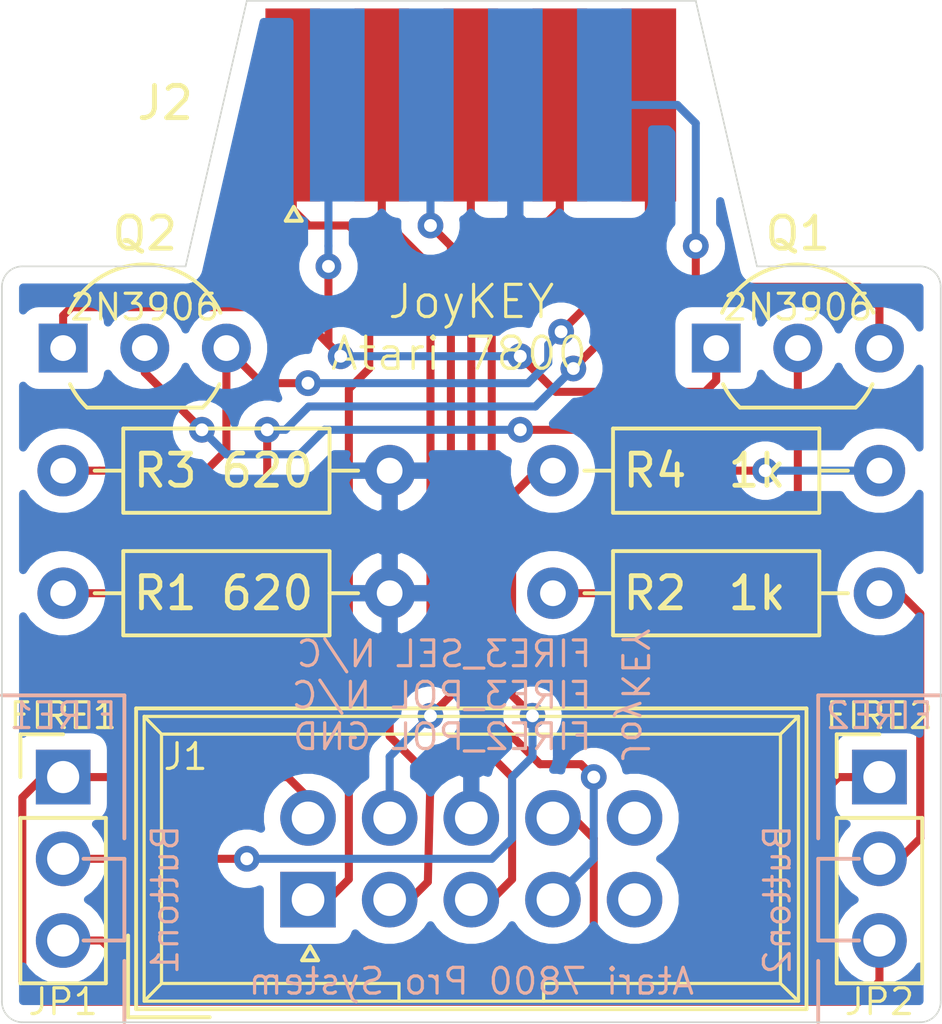
<source format=kicad_pcb>
(kicad_pcb (version 20171130) (host pcbnew "(5.1.8)-1")

  (general
    (thickness 1.6)
    (drawings 34)
    (tracks 159)
    (zones 0)
    (modules 10)
    (nets 16)
  )

  (page A4)
  (layers
    (0 F.Cu signal hide)
    (31 B.Cu signal hide)
    (32 B.Adhes user)
    (33 F.Adhes user)
    (34 B.Paste user)
    (35 F.Paste user)
    (36 B.SilkS user)
    (37 F.SilkS user)
    (38 B.Mask user)
    (39 F.Mask user)
    (40 Dwgs.User user)
    (41 Cmts.User user)
    (42 Eco1.User user)
    (43 Eco2.User user)
    (44 Edge.Cuts user)
    (45 Margin user)
    (46 B.CrtYd user)
    (47 F.CrtYd user)
    (48 B.Fab user)
    (49 F.Fab user)
  )

  (setup
    (last_trace_width 0.25)
    (trace_clearance 0.2)
    (zone_clearance 0.508)
    (zone_45_only no)
    (trace_min 0.2)
    (via_size 0.8)
    (via_drill 0.4)
    (via_min_size 0.4)
    (via_min_drill 0.3)
    (uvia_size 0.3)
    (uvia_drill 0.1)
    (uvias_allowed no)
    (uvia_min_size 0.2)
    (uvia_min_drill 0.1)
    (edge_width 0.05)
    (segment_width 0.2)
    (pcb_text_width 0.3)
    (pcb_text_size 1.5 1.5)
    (mod_edge_width 0.12)
    (mod_text_size 1 1)
    (mod_text_width 0.15)
    (pad_size 1.524 1.524)
    (pad_drill 0.762)
    (pad_to_mask_clearance 0)
    (aux_axis_origin 0 0)
    (visible_elements 7FFFFFFF)
    (pcbplotparams
      (layerselection 0x011fc_ffffffff)
      (usegerberextensions true)
      (usegerberattributes false)
      (usegerberadvancedattributes false)
      (creategerberjobfile false)
      (excludeedgelayer true)
      (linewidth 0.100000)
      (plotframeref false)
      (viasonmask false)
      (mode 1)
      (useauxorigin false)
      (hpglpennumber 1)
      (hpglpenspeed 20)
      (hpglpendiameter 15.000000)
      (psnegative false)
      (psa4output false)
      (plotreference true)
      (plotvalue true)
      (plotinvisibletext false)
      (padsonsilk false)
      (subtractmaskfromsilk false)
      (outputformat 1)
      (mirror false)
      (drillshape 0)
      (scaleselection 1)
      (outputdirectory "export/"))
  )

  (net 0 "")
  (net 1 GND)
  (net 2 /UP)
  (net 3 /DOWN)
  (net 4 /LEFT)
  (net 5 /RIGHT)
  (net 6 /FIRE1_IN)
  (net 7 /FIRE2_IN)
  (net 8 VCC)
  (net 9 PADDLE_B)
  (net 10 PADDLE_A)
  (net 11 FIRE)
  (net 12 "Net-(JP1-Pad2)")
  (net 13 "Net-(JP2-Pad2)")
  (net 14 "Net-(Q1-Pad2)")
  (net 15 "Net-(Q2-Pad2)")

  (net_class Default "This is the default net class."
    (clearance 0.2)
    (trace_width 0.25)
    (via_dia 0.8)
    (via_drill 0.4)
    (uvia_dia 0.3)
    (uvia_drill 0.1)
    (add_net /DOWN)
    (add_net /FIRE1_IN)
    (add_net /FIRE2_IN)
    (add_net /LEFT)
    (add_net /RIGHT)
    (add_net /UP)
    (add_net FIRE)
    (add_net GND)
    (add_net "Net-(JP1-Pad2)")
    (add_net "Net-(JP2-Pad2)")
    (add_net "Net-(Q1-Pad2)")
    (add_net "Net-(Q2-Pad2)")
    (add_net PADDLE_A)
    (add_net PADDLE_B)
    (add_net VCC)
  )

  (module RND_DSUB:DSUB-9_Female_Edge (layer F.Cu) (tedit 5FF655D5) (tstamp 5FD68F38)
    (at 142.24 64.77)
    (descr "Straight DE-9 connector, the blue kind with metal shield removed (solder to pads).")
    (tags "9-pin D-Sub connector straight vertical THT male pitch 2.77x2.84mm mounting holes distance 25mm")
    (path /5D1376D7)
    (fp_text reference J2 (at -9.525 0 180) (layer F.SilkS)
      (effects (font (size 1 1) (thickness 0.15)))
    )
    (fp_text value "Atari 7800" (at -0.0155 -8.6665 180) (layer F.Fab)
      (effects (font (size 1 1) (thickness 0.15)))
    )
    (fp_line (start -5.2745 3.663438) (end -5.7745 3.663438) (layer F.SilkS) (width 0.12))
    (fp_line (start -5.7745 3.663438) (end -5.5245 3.230425) (layer F.SilkS) (width 0.12))
    (fp_line (start -5.5245 3.230425) (end -5.2745 3.663438) (layer F.SilkS) (width 0.12))
    (fp_line (start 6.176894 3.9111) (end -6.309494 3.9111) (layer F.Fab) (width 0.1))
    (fp_line (start 5.277627 -4.3889) (end -5.410227 -4.3889) (layer F.Fab) (width 0.1))
    (fp_line (start -7.885187 2.033263) (end -6.985919 -3.066737) (layer F.Fab) (width 0.1))
    (fp_line (start 7.752587 2.033263) (end 6.853319 -3.066737) (layer F.Fab) (width 0.1))
    (fp_line (start 6.190789 3.9711) (end -6.272589 3.9711) (layer Dwgs.User) (width 0.12))
    (fp_line (start 5.291521 -4.4489) (end -5.373321 -4.4489) (layer Dwgs.User) (width 0.12))
    (fp_line (start -7.90737 2.022844) (end -7.008102 -3.077156) (layer Dwgs.User) (width 0.12))
    (fp_line (start 7.82557 2.022844) (end 6.926302 -3.077156) (layer Dwgs.User) (width 0.12))
    (fp_line (start 8.001 4.064) (end 8.001 -4.572) (layer F.CrtYd) (width 0.05))
    (fp_line (start 8.001 -4.572) (end -8.001 -4.572) (layer F.CrtYd) (width 0.05))
    (fp_line (start -8.001 -4.572) (end -8.001 4.064) (layer F.CrtYd) (width 0.05))
    (fp_line (start -8.001 4.064) (end 8.001 4.064) (layer F.CrtYd) (width 0.05))
    (fp_text user %R (at -0.0155 -1.3565 180) (layer F.Fab)
      (effects (font (size 1 1) (thickness 0.15)))
    )
    (fp_arc (start -5.373321 -2.7889) (end -5.373321 -4.4489) (angle -80) (layer Dwgs.User) (width 0.12))
    (fp_arc (start 5.291521 -2.7889) (end 5.291521 -4.4489) (angle 80) (layer Dwgs.User) (width 0.12))
    (fp_arc (start -6.272589 2.3111) (end -6.272589 3.9711) (angle 100) (layer Dwgs.User) (width 0.12))
    (fp_arc (start 6.190789 2.3111) (end 6.190789 3.9711) (angle -100) (layer Dwgs.User) (width 0.12))
    (fp_arc (start -5.410227 -2.7889) (end -5.410227 -4.3889) (angle -80) (layer F.Fab) (width 0.1))
    (fp_arc (start 5.277627 -2.7889) (end 5.277627 -4.3889) (angle 80) (layer F.Fab) (width 0.1))
    (fp_arc (start -6.309494 2.3111) (end -6.309494 3.9111) (angle 100) (layer F.Fab) (width 0.1))
    (fp_arc (start 6.176894 2.3111) (end 6.176894 3.9111) (angle -100) (layer F.Fab) (width 0.1))
    (pad 6 smd rect (at -4.1705 0.0635 180) (size 1.7 6) (layers B.Cu B.Paste B.Mask)
      (net 11 FIRE))
    (pad 7 smd rect (at -1.4005 0.0635 180) (size 1.7 6) (layers B.Cu B.Paste B.Mask)
      (net 8 VCC))
    (pad 8 smd rect (at 1.3695 0.0635 180) (size 1.7 6) (layers B.Cu B.Paste B.Mask)
      (net 1 GND))
    (pad 9 smd rect (at 4.1395 0.0635 180) (size 1.7 6) (layers B.Cu B.Paste B.Mask)
      (net 10 PADDLE_A))
    (pad 1 smd rect (at -5.5555 0.0635 180) (size 1.7 6) (layers F.Cu F.Paste F.Mask)
      (net 2 /UP))
    (pad 2 smd rect (at -2.7855 0.0635 180) (size 1.7 6) (layers F.Cu F.Paste F.Mask)
      (net 3 /DOWN))
    (pad 3 smd rect (at -0.0155 0.0635 180) (size 1.7 6) (layers F.Cu F.Paste F.Mask)
      (net 4 /LEFT))
    (pad 4 smd rect (at 2.7545 0.0635 180) (size 1.7 6) (layers F.Cu F.Paste F.Mask)
      (net 5 /RIGHT))
    (pad 5 smd rect (at 5.5245 0.0635 180) (size 1.7 6) (layers F.Cu F.Paste F.Mask)
      (net 9 PADDLE_B))
    (model ${KISYS3DMOD}/Connectors_DSub.3dshapes/DSUB-9_Male_Vertical_Pitch2.77x2.84mm.wrl
      (at (xyz 0 0 0))
      (scale (xyz 1 1 1))
      (rotate (xyz 0 0 0))
    )
  )

  (module TO_SOT_Packages_THT:TO-92_Inline_Wide (layer F.Cu) (tedit 58CE52AF) (tstamp 5FD68F60)
    (at 129.54 72.39)
    (descr "TO-92 leads in-line, wide, drill 0.8mm (see NXP sot054_po.pdf)")
    (tags "to-92 sc-43 sc-43a sot54 PA33 transistor")
    (path /5FD776E0)
    (fp_text reference Q2 (at 2.54 -3.56 180) (layer F.SilkS)
      (effects (font (size 1 1) (thickness 0.15)))
    )
    (fp_text value 2N3906 (at 2.54 -1.27) (layer F.SilkS)
      (effects (font (size 0.8 0.8) (thickness 0.1)))
    )
    (fp_line (start 6.09 2.01) (end -1.01 2.01) (layer F.CrtYd) (width 0.05))
    (fp_line (start 6.09 2.01) (end 6.09 -2.73) (layer F.CrtYd) (width 0.05))
    (fp_line (start -1.01 -2.73) (end -1.01 2.01) (layer F.CrtYd) (width 0.05))
    (fp_line (start -1.01 -2.73) (end 6.09 -2.73) (layer F.CrtYd) (width 0.05))
    (fp_line (start 0.8 1.75) (end 4.3 1.75) (layer F.Fab) (width 0.1))
    (fp_line (start 0.74 1.85) (end 4.34 1.85) (layer F.SilkS) (width 0.12))
    (fp_arc (start 2.54 0) (end 4.34 1.85) (angle -20) (layer F.SilkS) (width 0.12))
    (fp_arc (start 2.54 0) (end 2.54 -2.48) (angle -135) (layer F.Fab) (width 0.1))
    (fp_arc (start 2.54 0) (end 2.54 -2.48) (angle 135) (layer F.Fab) (width 0.1))
    (fp_arc (start 2.54 0) (end 2.54 -2.6) (angle 65) (layer F.SilkS) (width 0.12))
    (fp_arc (start 2.54 0) (end 2.54 -2.6) (angle -65) (layer F.SilkS) (width 0.12))
    (fp_arc (start 2.54 0) (end 0.74 1.85) (angle 20) (layer F.SilkS) (width 0.12))
    (fp_text user %R (at 2.54 -3.56 180) (layer F.Fab)
      (effects (font (size 1 1) (thickness 0.15)))
    )
    (pad 1 thru_hole rect (at 0 0 90) (size 1.52 1.52) (drill 0.8) (layers *.Cu *.Mask)
      (net 11 FIRE))
    (pad 3 thru_hole circle (at 5.08 0 90) (size 1.52 1.52) (drill 0.8) (layers *.Cu *.Mask)
      (net 9 PADDLE_B))
    (pad 2 thru_hole circle (at 2.54 0 90) (size 1.52 1.52) (drill 0.8) (layers *.Cu *.Mask)
      (net 15 "Net-(Q2-Pad2)"))
    (model ${KISYS3DMOD}/TO_SOT_Packages_THT.3dshapes/TO-92_Inline_Wide.wrl
      (offset (xyz 2.539999961853027 0 0))
      (scale (xyz 1 1 1))
      (rotate (xyz 0 0 -90))
    )
  )

  (module Pin_Headers:Pin_Header_Straight_1x03_Pitch2.54mm (layer F.Cu) (tedit 59650532) (tstamp 5FD2B363)
    (at 154.94 85.725)
    (descr "Through hole straight pin header, 1x03, 2.54mm pitch, single row")
    (tags "Through hole pin header THT 1x03 2.54mm single row")
    (path /5FD30CB5)
    (fp_text reference JP2 (at 0 6.985) (layer F.SilkS)
      (effects (font (size 0.8 0.8) (thickness 0.1)))
    )
    (fp_text value FIRE2_SEL (at 0 8.255) (layer F.SilkS)
      (effects (font (size 0.8 0.8) (thickness 0.1)))
    )
    (fp_line (start -0.635 -1.27) (end 1.27 -1.27) (layer F.Fab) (width 0.1))
    (fp_line (start 1.27 -1.27) (end 1.27 6.35) (layer F.Fab) (width 0.1))
    (fp_line (start 1.27 6.35) (end -1.27 6.35) (layer F.Fab) (width 0.1))
    (fp_line (start -1.27 6.35) (end -1.27 -0.635) (layer F.Fab) (width 0.1))
    (fp_line (start -1.27 -0.635) (end -0.635 -1.27) (layer F.Fab) (width 0.1))
    (fp_line (start -1.33 6.41) (end 1.33 6.41) (layer F.SilkS) (width 0.12))
    (fp_line (start -1.33 1.27) (end -1.33 6.41) (layer F.SilkS) (width 0.12))
    (fp_line (start 1.33 1.27) (end 1.33 6.41) (layer F.SilkS) (width 0.12))
    (fp_line (start -1.33 1.27) (end 1.33 1.27) (layer F.SilkS) (width 0.12))
    (fp_line (start -1.33 0) (end -1.33 -1.33) (layer F.SilkS) (width 0.12))
    (fp_line (start -1.33 -1.33) (end 0 -1.33) (layer F.SilkS) (width 0.12))
    (fp_line (start -1.8 -1.8) (end -1.8 6.85) (layer F.CrtYd) (width 0.05))
    (fp_line (start -1.8 6.85) (end 1.8 6.85) (layer F.CrtYd) (width 0.05))
    (fp_line (start 1.8 6.85) (end 1.8 -1.8) (layer F.CrtYd) (width 0.05))
    (fp_line (start 1.8 -1.8) (end -1.8 -1.8) (layer F.CrtYd) (width 0.05))
    (fp_text user %R (at 0 2.54 90) (layer F.Fab)
      (effects (font (size 1 1) (thickness 0.15)))
    )
    (pad 1 thru_hole rect (at 0 0) (size 1.7 1.7) (drill 1) (layers *.Cu *.Mask)
      (net 7 /FIRE2_IN))
    (pad 2 thru_hole oval (at 0 2.54) (size 1.7 1.7) (drill 1) (layers *.Cu *.Mask)
      (net 13 "Net-(JP2-Pad2)"))
    (pad 3 thru_hole oval (at 0 5.08) (size 1.7 1.7) (drill 1) (layers *.Cu *.Mask)
      (net 6 /FIRE1_IN))
    (model ${KISYS3DMOD}/Pin_Headers.3dshapes/Pin_Header_Straight_1x03_Pitch2.54mm.wrl
      (at (xyz 0 0 0))
      (scale (xyz 1 1 1))
      (rotate (xyz 0 0 0))
    )
  )

  (module "C64 IDC:IDC_Joystick" (layer F.Cu) (tedit 5FD29ED6) (tstamp 5FD2915C)
    (at 137.16 89.535 90)
    (descr "Through hole straight IDC box header, 2x05, 2.54mm pitch, double rows")
    (tags "Through hole IDC box header THT 2x05 2.54mm double row")
    (path /5FD1F19D)
    (fp_text reference J1 (at 4.445 -3.81 180) (layer F.SilkS)
      (effects (font (size 0.8 0.8) (thickness 0.1)))
    )
    (fp_text value JoyKEY (at 1.27 16.764 90) (layer F.Fab)
      (effects (font (size 1 1) (thickness 0.15)))
    )
    (fp_line (start -1.885438 0.3135) (end -1.885438 -0.1865) (layer F.SilkS) (width 0.12))
    (fp_line (start -1.885438 -0.1865) (end -1.452425 0.0635) (layer F.SilkS) (width 0.12))
    (fp_line (start -1.452425 0.0635) (end -1.885438 0.3135) (layer F.SilkS) (width 0.12))
    (fp_line (start -3.655 -5.6) (end -1.115 -5.6) (layer F.SilkS) (width 0.12))
    (fp_line (start -3.655 -5.6) (end -3.655 -3.06) (layer F.SilkS) (width 0.12))
    (fp_line (start -3.405 -5.35) (end 5.945 -5.35) (layer F.SilkS) (width 0.12))
    (fp_line (start -3.405 15.51) (end -3.405 -5.35) (layer F.SilkS) (width 0.12))
    (fp_line (start 5.945 15.51) (end -3.405 15.51) (layer F.SilkS) (width 0.12))
    (fp_line (start 5.945 -5.35) (end 5.945 15.51) (layer F.SilkS) (width 0.12))
    (fp_line (start -3.41 -5.35) (end 5.95 -5.35) (layer F.CrtYd) (width 0.05))
    (fp_line (start -3.41 15.51) (end -3.41 -5.35) (layer F.CrtYd) (width 0.05))
    (fp_line (start 5.95 15.51) (end -3.41 15.51) (layer F.CrtYd) (width 0.05))
    (fp_line (start 5.95 -5.35) (end 5.95 15.51) (layer F.CrtYd) (width 0.05))
    (fp_line (start -3.155 15.26) (end -2.605 14.7) (layer F.SilkS) (width 0.1))
    (fp_line (start -3.155 -5.1) (end -2.605 -4.56) (layer F.SilkS) (width 0.1))
    (fp_line (start 5.695 15.26) (end 5.145 14.7) (layer F.SilkS) (width 0.1))
    (fp_line (start 5.695 -5.1) (end 5.145 -4.56) (layer F.SilkS) (width 0.1))
    (fp_line (start 5.145 14.7) (end -2.605 14.7) (layer F.SilkS) (width 0.1))
    (fp_line (start 5.695 15.26) (end -3.155 15.26) (layer F.SilkS) (width 0.1))
    (fp_line (start 5.145 -4.56) (end -2.605 -4.56) (layer F.SilkS) (width 0.1))
    (fp_line (start 5.695 -5.1) (end -3.155 -5.1) (layer F.SilkS) (width 0.1))
    (fp_line (start -2.605 7.33) (end -3.155 7.33) (layer F.SilkS) (width 0.1))
    (fp_line (start -2.605 2.83) (end -3.155 2.83) (layer F.SilkS) (width 0.1))
    (fp_line (start -2.605 7.33) (end -2.605 14.7) (layer F.SilkS) (width 0.1))
    (fp_line (start -2.605 -4.56) (end -2.605 2.83) (layer F.SilkS) (width 0.1))
    (fp_line (start -3.155 -5.1) (end -3.155 15.26) (layer F.SilkS) (width 0.1))
    (fp_line (start 5.145 -4.56) (end 5.145 14.7) (layer F.SilkS) (width 0.1))
    (fp_line (start 5.695 -5.1) (end 5.695 15.26) (layer F.SilkS) (width 0.1))
    (fp_text user %R (at 1.27 5.08 90) (layer F.Fab)
      (effects (font (size 1 1) (thickness 0.15)))
    )
    (pad 10 thru_hole oval (at 2.54 10.16 90) (size 1.7272 1.7272) (drill 1.016) (layers *.Cu *.Mask))
    (pad 9 thru_hole oval (at 2.54 7.62 90) (size 1.7272 1.7272) (drill 1.016) (layers *.Cu *.Mask)
      (net 7 /FIRE2_IN))
    (pad 8 thru_hole oval (at 2.54 5.08 90) (size 1.7272 1.7272) (drill 1.016) (layers *.Cu *.Mask)
      (net 1 GND))
    (pad 7 thru_hole oval (at 2.54 2.54 90) (size 1.7272 1.7272) (drill 1.016) (layers *.Cu *.Mask)
      (net 8 VCC))
    (pad 6 thru_hole oval (at 2.54 0 90) (size 1.7272 1.7272) (drill 1.016) (layers *.Cu *.Mask)
      (net 6 /FIRE1_IN))
    (pad 5 thru_hole oval (at 0 10.16 90) (size 1.7272 1.7272) (drill 1.016) (layers *.Cu *.Mask))
    (pad 4 thru_hole oval (at 0 7.62 90) (size 1.7272 1.7272) (drill 1.016) (layers *.Cu *.Mask)
      (net 5 /RIGHT))
    (pad 3 thru_hole oval (at 0 5.08 90) (size 1.7272 1.7272) (drill 1.016) (layers *.Cu *.Mask)
      (net 4 /LEFT))
    (pad 2 thru_hole oval (at 0 2.54 90) (size 1.7272 1.7272) (drill 1.016) (layers *.Cu *.Mask)
      (net 3 /DOWN))
    (pad 1 thru_hole rect (at 0 0 90) (size 1.7272 1.7272) (drill 1.016) (layers *.Cu *.Mask)
      (net 2 /UP))
    (model ${KISYS3DMOD}/Connector_IDC.3dshapes/IDC-Header_2x05_P2.54mm_Vertical.wrl
      (at (xyz 0 0 0))
      (scale (xyz 1 1 1))
      (rotate (xyz 0 0 0))
    )
  )

  (module Pin_Headers:Pin_Header_Straight_1x03_Pitch2.54mm (layer F.Cu) (tedit 59650532) (tstamp 5FD2B1CC)
    (at 129.54 85.725)
    (descr "Through hole straight pin header, 1x03, 2.54mm pitch, single row")
    (tags "Through hole pin header THT 1x03 2.54mm single row")
    (path /5FD2FDB9)
    (fp_text reference JP1 (at 0 6.985) (layer F.SilkS)
      (effects (font (size 0.8 0.8) (thickness 0.1)))
    )
    (fp_text value FIRE1_SEL (at 0 8.255) (layer F.SilkS)
      (effects (font (size 0.8 0.8) (thickness 0.1)))
    )
    (fp_line (start 1.8 -1.8) (end -1.8 -1.8) (layer F.CrtYd) (width 0.05))
    (fp_line (start 1.8 6.85) (end 1.8 -1.8) (layer F.CrtYd) (width 0.05))
    (fp_line (start -1.8 6.85) (end 1.8 6.85) (layer F.CrtYd) (width 0.05))
    (fp_line (start -1.8 -1.8) (end -1.8 6.85) (layer F.CrtYd) (width 0.05))
    (fp_line (start -1.33 -1.33) (end 0 -1.33) (layer F.SilkS) (width 0.12))
    (fp_line (start -1.33 0) (end -1.33 -1.33) (layer F.SilkS) (width 0.12))
    (fp_line (start -1.33 1.27) (end 1.33 1.27) (layer F.SilkS) (width 0.12))
    (fp_line (start 1.33 1.27) (end 1.33 6.41) (layer F.SilkS) (width 0.12))
    (fp_line (start -1.33 1.27) (end -1.33 6.41) (layer F.SilkS) (width 0.12))
    (fp_line (start -1.33 6.41) (end 1.33 6.41) (layer F.SilkS) (width 0.12))
    (fp_line (start -1.27 -0.635) (end -0.635 -1.27) (layer F.Fab) (width 0.1))
    (fp_line (start -1.27 6.35) (end -1.27 -0.635) (layer F.Fab) (width 0.1))
    (fp_line (start 1.27 6.35) (end -1.27 6.35) (layer F.Fab) (width 0.1))
    (fp_line (start 1.27 -1.27) (end 1.27 6.35) (layer F.Fab) (width 0.1))
    (fp_line (start -0.635 -1.27) (end 1.27 -1.27) (layer F.Fab) (width 0.1))
    (fp_text user %R (at 0 2.54 90) (layer F.Fab)
      (effects (font (size 1 1) (thickness 0.15)))
    )
    (pad 3 thru_hole oval (at 0 5.08) (size 1.7 1.7) (drill 1) (layers *.Cu *.Mask)
      (net 7 /FIRE2_IN))
    (pad 2 thru_hole oval (at 0 2.54) (size 1.7 1.7) (drill 1) (layers *.Cu *.Mask)
      (net 12 "Net-(JP1-Pad2)"))
    (pad 1 thru_hole rect (at 0 0) (size 1.7 1.7) (drill 1) (layers *.Cu *.Mask)
      (net 6 /FIRE1_IN))
    (model ${KISYS3DMOD}/Pin_Headers.3dshapes/Pin_Header_Straight_1x03_Pitch2.54mm.wrl
      (at (xyz 0 0 0))
      (scale (xyz 1 1 1))
      (rotate (xyz 0 0 0))
    )
  )

  (module TO_SOT_Packages_THT:TO-92_Inline_Wide (layer F.Cu) (tedit 58CE52AF) (tstamp 5FD68F4C)
    (at 149.86 72.39)
    (descr "TO-92 leads in-line, wide, drill 0.8mm (see NXP sot054_po.pdf)")
    (tags "to-92 sc-43 sc-43a sot54 PA33 transistor")
    (path /5FD74A67)
    (fp_text reference Q1 (at 2.54 -3.56 180) (layer F.SilkS)
      (effects (font (size 1 1) (thickness 0.15)))
    )
    (fp_text value 2N3906 (at 2.54 -1.27) (layer F.SilkS)
      (effects (font (size 0.8 0.8) (thickness 0.1)))
    )
    (fp_line (start 0.74 1.85) (end 4.34 1.85) (layer F.SilkS) (width 0.12))
    (fp_line (start 0.8 1.75) (end 4.3 1.75) (layer F.Fab) (width 0.1))
    (fp_line (start -1.01 -2.73) (end 6.09 -2.73) (layer F.CrtYd) (width 0.05))
    (fp_line (start -1.01 -2.73) (end -1.01 2.01) (layer F.CrtYd) (width 0.05))
    (fp_line (start 6.09 2.01) (end 6.09 -2.73) (layer F.CrtYd) (width 0.05))
    (fp_line (start 6.09 2.01) (end -1.01 2.01) (layer F.CrtYd) (width 0.05))
    (fp_text user %R (at 2.54 -3.56 180) (layer F.Fab)
      (effects (font (size 1 1) (thickness 0.15)))
    )
    (fp_arc (start 2.54 0) (end 0.74 1.85) (angle 20) (layer F.SilkS) (width 0.12))
    (fp_arc (start 2.54 0) (end 2.54 -2.6) (angle -65) (layer F.SilkS) (width 0.12))
    (fp_arc (start 2.54 0) (end 2.54 -2.6) (angle 65) (layer F.SilkS) (width 0.12))
    (fp_arc (start 2.54 0) (end 2.54 -2.48) (angle 135) (layer F.Fab) (width 0.1))
    (fp_arc (start 2.54 0) (end 2.54 -2.48) (angle -135) (layer F.Fab) (width 0.1))
    (fp_arc (start 2.54 0) (end 4.34 1.85) (angle -20) (layer F.SilkS) (width 0.12))
    (pad 2 thru_hole circle (at 2.54 0 90) (size 1.52 1.52) (drill 0.8) (layers *.Cu *.Mask)
      (net 14 "Net-(Q1-Pad2)"))
    (pad 3 thru_hole circle (at 5.08 0 90) (size 1.52 1.52) (drill 0.8) (layers *.Cu *.Mask)
      (net 10 PADDLE_A))
    (pad 1 thru_hole rect (at 0 0 90) (size 1.52 1.52) (drill 0.8) (layers *.Cu *.Mask)
      (net 11 FIRE))
    (model ${KISYS3DMOD}/TO_SOT_Packages_THT.3dshapes/TO-92_Inline_Wide.wrl
      (offset (xyz 2.539999961853027 0 0))
      (scale (xyz 1 1 1))
      (rotate (xyz 0 0 -90))
    )
  )

  (module Resistors_THT:R_Axial_DIN0207_L6.3mm_D2.5mm_P10.16mm_Horizontal (layer F.Cu) (tedit 5874F706) (tstamp 5FD68F76)
    (at 129.54 80.01)
    (descr "Resistor, Axial_DIN0207 series, Axial, Horizontal, pin pitch=10.16mm, 0.25W = 1/4W, length*diameter=6.3*2.5mm^2, http://cdn-reichelt.de/documents/datenblatt/B400/1_4W%23YAG.pdf")
    (tags "Resistor Axial_DIN0207 series Axial Horizontal pin pitch 10.16mm 0.25W = 1/4W length 6.3mm diameter 2.5mm")
    (path /5DA4F32F)
    (fp_text reference R1 (at 3.175 0) (layer F.SilkS)
      (effects (font (size 1 1) (thickness 0.15)))
    )
    (fp_text value 620 (at 6.35 0) (layer F.SilkS)
      (effects (font (size 1 1) (thickness 0.15)))
    )
    (fp_line (start 11.25 -1.6) (end -1.05 -1.6) (layer F.CrtYd) (width 0.05))
    (fp_line (start 11.25 1.6) (end 11.25 -1.6) (layer F.CrtYd) (width 0.05))
    (fp_line (start -1.05 1.6) (end 11.25 1.6) (layer F.CrtYd) (width 0.05))
    (fp_line (start -1.05 -1.6) (end -1.05 1.6) (layer F.CrtYd) (width 0.05))
    (fp_line (start 9.18 0) (end 8.29 0) (layer F.SilkS) (width 0.12))
    (fp_line (start 0.98 0) (end 1.87 0) (layer F.SilkS) (width 0.12))
    (fp_line (start 8.29 -1.31) (end 1.87 -1.31) (layer F.SilkS) (width 0.12))
    (fp_line (start 8.29 1.31) (end 8.29 -1.31) (layer F.SilkS) (width 0.12))
    (fp_line (start 1.87 1.31) (end 8.29 1.31) (layer F.SilkS) (width 0.12))
    (fp_line (start 1.87 -1.31) (end 1.87 1.31) (layer F.SilkS) (width 0.12))
    (fp_line (start 10.16 0) (end 8.23 0) (layer F.Fab) (width 0.1))
    (fp_line (start 0 0) (end 1.93 0) (layer F.Fab) (width 0.1))
    (fp_line (start 8.23 -1.25) (end 1.93 -1.25) (layer F.Fab) (width 0.1))
    (fp_line (start 8.23 1.25) (end 8.23 -1.25) (layer F.Fab) (width 0.1))
    (fp_line (start 1.93 1.25) (end 8.23 1.25) (layer F.Fab) (width 0.1))
    (fp_line (start 1.93 -1.25) (end 1.93 1.25) (layer F.Fab) (width 0.1))
    (pad 2 thru_hole oval (at 10.16 0) (size 1.6 1.6) (drill 0.8) (layers *.Cu *.Mask)
      (net 1 GND))
    (pad 1 thru_hole circle (at 0 0) (size 1.6 1.6) (drill 0.8) (layers *.Cu *.Mask)
      (net 10 PADDLE_A))
    (model ${KISYS3DMOD}/Resistors_THT.3dshapes/R_Axial_DIN0207_L6.3mm_D2.5mm_P10.16mm_Horizontal.wrl
      (at (xyz 0 0 0))
      (scale (xyz 0.393701 0.393701 0.393701))
      (rotate (xyz 0 0 0))
    )
  )

  (module Resistors_THT:R_Axial_DIN0207_L6.3mm_D2.5mm_P10.16mm_Horizontal (layer F.Cu) (tedit 5874F706) (tstamp 5FD68F8C)
    (at 144.78 80.01)
    (descr "Resistor, Axial_DIN0207 series, Axial, Horizontal, pin pitch=10.16mm, 0.25W = 1/4W, length*diameter=6.3*2.5mm^2, http://cdn-reichelt.de/documents/datenblatt/B400/1_4W%23YAG.pdf")
    (tags "Resistor Axial_DIN0207 series Axial Horizontal pin pitch 10.16mm 0.25W = 1/4W length 6.3mm diameter 2.5mm")
    (path /5DA4F329)
    (fp_text reference R2 (at 3.175 0) (layer F.SilkS)
      (effects (font (size 1 1) (thickness 0.15)))
    )
    (fp_text value 1k (at 6.35 0) (layer F.SilkS)
      (effects (font (size 1 1) (thickness 0.15)))
    )
    (fp_line (start 1.93 -1.25) (end 1.93 1.25) (layer F.Fab) (width 0.1))
    (fp_line (start 1.93 1.25) (end 8.23 1.25) (layer F.Fab) (width 0.1))
    (fp_line (start 8.23 1.25) (end 8.23 -1.25) (layer F.Fab) (width 0.1))
    (fp_line (start 8.23 -1.25) (end 1.93 -1.25) (layer F.Fab) (width 0.1))
    (fp_line (start 0 0) (end 1.93 0) (layer F.Fab) (width 0.1))
    (fp_line (start 10.16 0) (end 8.23 0) (layer F.Fab) (width 0.1))
    (fp_line (start 1.87 -1.31) (end 1.87 1.31) (layer F.SilkS) (width 0.12))
    (fp_line (start 1.87 1.31) (end 8.29 1.31) (layer F.SilkS) (width 0.12))
    (fp_line (start 8.29 1.31) (end 8.29 -1.31) (layer F.SilkS) (width 0.12))
    (fp_line (start 8.29 -1.31) (end 1.87 -1.31) (layer F.SilkS) (width 0.12))
    (fp_line (start 0.98 0) (end 1.87 0) (layer F.SilkS) (width 0.12))
    (fp_line (start 9.18 0) (end 8.29 0) (layer F.SilkS) (width 0.12))
    (fp_line (start -1.05 -1.6) (end -1.05 1.6) (layer F.CrtYd) (width 0.05))
    (fp_line (start -1.05 1.6) (end 11.25 1.6) (layer F.CrtYd) (width 0.05))
    (fp_line (start 11.25 1.6) (end 11.25 -1.6) (layer F.CrtYd) (width 0.05))
    (fp_line (start 11.25 -1.6) (end -1.05 -1.6) (layer F.CrtYd) (width 0.05))
    (pad 1 thru_hole circle (at 0 0) (size 1.6 1.6) (drill 0.8) (layers *.Cu *.Mask)
      (net 14 "Net-(Q1-Pad2)"))
    (pad 2 thru_hole oval (at 10.16 0) (size 1.6 1.6) (drill 0.8) (layers *.Cu *.Mask)
      (net 13 "Net-(JP2-Pad2)"))
    (model ${KISYS3DMOD}/Resistors_THT.3dshapes/R_Axial_DIN0207_L6.3mm_D2.5mm_P10.16mm_Horizontal.wrl
      (at (xyz 0 0 0))
      (scale (xyz 0.393701 0.393701 0.393701))
      (rotate (xyz 0 0 0))
    )
  )

  (module Resistors_THT:R_Axial_DIN0207_L6.3mm_D2.5mm_P10.16mm_Horizontal (layer F.Cu) (tedit 5874F706) (tstamp 5FD68FA2)
    (at 129.54 76.2)
    (descr "Resistor, Axial_DIN0207 series, Axial, Horizontal, pin pitch=10.16mm, 0.25W = 1/4W, length*diameter=6.3*2.5mm^2, http://cdn-reichelt.de/documents/datenblatt/B400/1_4W%23YAG.pdf")
    (tags "Resistor Axial_DIN0207 series Axial Horizontal pin pitch 10.16mm 0.25W = 1/4W length 6.3mm diameter 2.5mm")
    (path /5DA4D819)
    (fp_text reference R3 (at 3.175 0) (layer F.SilkS)
      (effects (font (size 1 1) (thickness 0.15)))
    )
    (fp_text value 620 (at 6.35 0) (layer F.SilkS)
      (effects (font (size 1 1) (thickness 0.15)))
    )
    (fp_line (start 11.25 -1.6) (end -1.05 -1.6) (layer F.CrtYd) (width 0.05))
    (fp_line (start 11.25 1.6) (end 11.25 -1.6) (layer F.CrtYd) (width 0.05))
    (fp_line (start -1.05 1.6) (end 11.25 1.6) (layer F.CrtYd) (width 0.05))
    (fp_line (start -1.05 -1.6) (end -1.05 1.6) (layer F.CrtYd) (width 0.05))
    (fp_line (start 9.18 0) (end 8.29 0) (layer F.SilkS) (width 0.12))
    (fp_line (start 0.98 0) (end 1.87 0) (layer F.SilkS) (width 0.12))
    (fp_line (start 8.29 -1.31) (end 1.87 -1.31) (layer F.SilkS) (width 0.12))
    (fp_line (start 8.29 1.31) (end 8.29 -1.31) (layer F.SilkS) (width 0.12))
    (fp_line (start 1.87 1.31) (end 8.29 1.31) (layer F.SilkS) (width 0.12))
    (fp_line (start 1.87 -1.31) (end 1.87 1.31) (layer F.SilkS) (width 0.12))
    (fp_line (start 10.16 0) (end 8.23 0) (layer F.Fab) (width 0.1))
    (fp_line (start 0 0) (end 1.93 0) (layer F.Fab) (width 0.1))
    (fp_line (start 8.23 -1.25) (end 1.93 -1.25) (layer F.Fab) (width 0.1))
    (fp_line (start 8.23 1.25) (end 8.23 -1.25) (layer F.Fab) (width 0.1))
    (fp_line (start 1.93 1.25) (end 8.23 1.25) (layer F.Fab) (width 0.1))
    (fp_line (start 1.93 -1.25) (end 1.93 1.25) (layer F.Fab) (width 0.1))
    (pad 2 thru_hole oval (at 10.16 0) (size 1.6 1.6) (drill 0.8) (layers *.Cu *.Mask)
      (net 1 GND))
    (pad 1 thru_hole circle (at 0 0) (size 1.6 1.6) (drill 0.8) (layers *.Cu *.Mask)
      (net 9 PADDLE_B))
    (model ${KISYS3DMOD}/Resistors_THT.3dshapes/R_Axial_DIN0207_L6.3mm_D2.5mm_P10.16mm_Horizontal.wrl
      (at (xyz 0 0 0))
      (scale (xyz 0.393701 0.393701 0.393701))
      (rotate (xyz 0 0 0))
    )
  )

  (module Resistors_THT:R_Axial_DIN0207_L6.3mm_D2.5mm_P10.16mm_Horizontal (layer F.Cu) (tedit 5874F706) (tstamp 5FD68FB8)
    (at 144.78 76.2)
    (descr "Resistor, Axial_DIN0207 series, Axial, Horizontal, pin pitch=10.16mm, 0.25W = 1/4W, length*diameter=6.3*2.5mm^2, http://cdn-reichelt.de/documents/datenblatt/B400/1_4W%23YAG.pdf")
    (tags "Resistor Axial_DIN0207 series Axial Horizontal pin pitch 10.16mm 0.25W = 1/4W length 6.3mm diameter 2.5mm")
    (path /5DA4D38B)
    (fp_text reference R4 (at 3.175 0) (layer F.SilkS)
      (effects (font (size 1 1) (thickness 0.15)))
    )
    (fp_text value 1k (at 6.35 0) (layer F.SilkS)
      (effects (font (size 1 1) (thickness 0.15)))
    )
    (fp_line (start 1.93 -1.25) (end 1.93 1.25) (layer F.Fab) (width 0.1))
    (fp_line (start 1.93 1.25) (end 8.23 1.25) (layer F.Fab) (width 0.1))
    (fp_line (start 8.23 1.25) (end 8.23 -1.25) (layer F.Fab) (width 0.1))
    (fp_line (start 8.23 -1.25) (end 1.93 -1.25) (layer F.Fab) (width 0.1))
    (fp_line (start 0 0) (end 1.93 0) (layer F.Fab) (width 0.1))
    (fp_line (start 10.16 0) (end 8.23 0) (layer F.Fab) (width 0.1))
    (fp_line (start 1.87 -1.31) (end 1.87 1.31) (layer F.SilkS) (width 0.12))
    (fp_line (start 1.87 1.31) (end 8.29 1.31) (layer F.SilkS) (width 0.12))
    (fp_line (start 8.29 1.31) (end 8.29 -1.31) (layer F.SilkS) (width 0.12))
    (fp_line (start 8.29 -1.31) (end 1.87 -1.31) (layer F.SilkS) (width 0.12))
    (fp_line (start 0.98 0) (end 1.87 0) (layer F.SilkS) (width 0.12))
    (fp_line (start 9.18 0) (end 8.29 0) (layer F.SilkS) (width 0.12))
    (fp_line (start -1.05 -1.6) (end -1.05 1.6) (layer F.CrtYd) (width 0.05))
    (fp_line (start -1.05 1.6) (end 11.25 1.6) (layer F.CrtYd) (width 0.05))
    (fp_line (start 11.25 1.6) (end 11.25 -1.6) (layer F.CrtYd) (width 0.05))
    (fp_line (start 11.25 -1.6) (end -1.05 -1.6) (layer F.CrtYd) (width 0.05))
    (pad 1 thru_hole circle (at 0 0) (size 1.6 1.6) (drill 0.8) (layers *.Cu *.Mask)
      (net 12 "Net-(JP1-Pad2)"))
    (pad 2 thru_hole oval (at 10.16 0) (size 1.6 1.6) (drill 0.8) (layers *.Cu *.Mask)
      (net 15 "Net-(Q2-Pad2)"))
    (model ${KISYS3DMOD}/Resistors_THT.3dshapes/R_Axial_DIN0207_L6.3mm_D2.5mm_P10.16mm_Horizontal.wrl
      (at (xyz 0 0 0))
      (scale (xyz 0.393701 0.393701 0.393701))
      (rotate (xyz 0 0 0))
    )
  )

  (gr_text "Atari 7800 Pro System" (at 142.24 92.075) (layer B.SilkS) (tstamp 5FF65701)
    (effects (font (size 0.8 0.8) (thickness 0.1)) (justify mirror))
  )
  (gr_line (start 153.035 83.185) (end 156.845 83.185) (layer B.SilkS) (width 0.12))
  (gr_line (start 131.445 83.185) (end 127.635 83.185) (layer B.SilkS) (width 0.12))
  (gr_text FIRE1 (at 129.54 83.82) (layer F.SilkS) (tstamp 5FD2C7BE)
    (effects (font (size 0.8 0.8) (thickness 0.1)))
  )
  (gr_text FIRE2 (at 154.94 83.82) (layer F.SilkS) (tstamp 5FD2C7BA)
    (effects (font (size 0.8 0.8) (thickness 0.1)))
  )
  (gr_text JoyKEY (at 147.32 83.185 270) (layer B.SilkS) (tstamp 5FD2C5BA)
    (effects (font (size 0.8 0.8) (thickness 0.1)) (justify mirror))
  )
  (gr_text "FIRE3_SEL N/C\nFIRE3_POL N/C\nFIRE2_POL GND" (at 146.05 83.185) (layer B.SilkS)
    (effects (font (size 0.8 0.8) (thickness 0.1)) (justify left mirror))
  )
  (gr_line (start 153.035 93.345) (end 153.035 91.44) (layer B.SilkS) (width 0.12) (tstamp 5FD2C21A))
  (gr_text Button2 (at 151.765 89.535 90) (layer B.SilkS) (tstamp 5FD2C19C)
    (effects (font (size 0.8 0.8) (thickness 0.1)) (justify mirror))
  )
  (gr_text FIRE2 (at 154.94 83.82) (layer B.SilkS) (tstamp 5FD2C196)
    (effects (font (size 0.8 0.8) (thickness 0.1)) (justify mirror))
  )
  (gr_text FIRE1 (at 129.54 83.82) (layer B.SilkS) (tstamp 5FD2C0ED)
    (effects (font (size 0.8 0.8) (thickness 0.1)) (justify mirror))
  )
  (gr_text Button1 (at 132.715 89.535 90) (layer B.SilkS)
    (effects (font (size 0.8 0.8) (thickness 0.1)) (justify mirror))
  )
  (gr_line (start 153.035 90.805) (end 154.305 90.805) (layer B.SilkS) (width 0.12))
  (gr_line (start 153.035 88.265) (end 153.035 90.805) (layer B.SilkS) (width 0.12))
  (gr_line (start 153.035 88.265) (end 154.305 88.265) (layer B.SilkS) (width 0.12))
  (gr_line (start 153.035 83.185) (end 153.035 87.63) (layer B.SilkS) (width 0.12))
  (gr_line (start 131.445 91.44) (end 131.445 93.345) (layer B.SilkS) (width 0.12))
  (gr_line (start 131.445 90.805) (end 130.175 90.805) (layer B.SilkS) (width 0.12))
  (gr_line (start 131.445 88.265) (end 131.445 90.805) (layer B.SilkS) (width 0.12))
  (gr_line (start 130.175 88.265) (end 131.445 88.265) (layer B.SilkS) (width 0.12))
  (gr_line (start 131.445 83.185) (end 131.445 87.63) (layer B.SilkS) (width 0.12))
  (gr_text "JoyKEY\nAtari 7800 " (at 142.24 71.755) (layer F.SilkS) (tstamp 5FD698AE)
    (effects (font (size 1 1) (thickness 0.1)))
  )
  (gr_line (start 151.13 69.85) (end 156.21 69.85) (layer Edge.Cuts) (width 0.05) (tstamp 5FD2B03F))
  (gr_line (start 133.35 69.85) (end 128.27 69.85) (layer Edge.Cuts) (width 0.05) (tstamp 5FD2B03E))
  (gr_arc (start 156.21 70.485) (end 156.845 70.485) (angle -90) (layer Edge.Cuts) (width 0.05) (tstamp 5FD2B027))
  (gr_arc (start 128.27 70.485) (end 128.27 69.85) (angle -90) (layer Edge.Cuts) (width 0.05) (tstamp 5FD2B027))
  (gr_arc (start 128.27 92.71) (end 127.635 92.71) (angle -90) (layer Edge.Cuts) (width 0.05) (tstamp 5FD2B027))
  (gr_arc (start 156.21 92.71) (end 156.21 93.345) (angle -90) (layer Edge.Cuts) (width 0.05))
  (gr_line (start 149.225 61.595) (end 151.13 69.85) (layer Edge.Cuts) (width 0.05))
  (gr_line (start 135.255 61.595) (end 133.35 69.85) (layer Edge.Cuts) (width 0.05))
  (gr_line (start 156.845 70.485) (end 156.845 92.71) (layer Edge.Cuts) (width 0.05) (tstamp 5FD2AFB5))
  (gr_line (start 135.255 61.595) (end 149.225 61.595) (layer Edge.Cuts) (width 0.05))
  (gr_line (start 127.635 92.71) (end 127.635 70.485) (layer Edge.Cuts) (width 0.05))
  (gr_line (start 156.21 93.345) (end 128.27 93.345) (layer Edge.Cuts) (width 0.05))

  (segment (start 139.065 73.025) (end 139.065 69.215) (width 0.25) (layer F.Cu) (net 2))
  (segment (start 138.43 73.66) (end 139.065 73.025) (width 0.25) (layer F.Cu) (net 2))
  (segment (start 137.795 89.535) (end 138.43 88.9) (width 0.25) (layer F.Cu) (net 2))
  (segment (start 137.16 89.535) (end 137.795 89.535) (width 0.25) (layer F.Cu) (net 2))
  (segment (start 138.43 88.9) (end 138.43 73.66) (width 0.25) (layer F.Cu) (net 2))
  (segment (start 139.065 69.215) (end 138.43 68.58) (width 0.25) (layer F.Cu) (net 2))
  (segment (start 138.43 68.58) (end 137.181 68.58) (width 0.25) (layer F.Cu) (net 2))
  (segment (start 137.181 68.58) (end 136.6845 68.0835) (width 0.25) (layer F.Cu) (net 2))
  (segment (start 136.6845 68.0835) (end 136.6845 64.8335) (width 0.25) (layer F.Cu) (net 2))
  (segment (start 140.97 69.85) (end 139.4545 68.3345) (width 0.25) (layer F.Cu) (net 3))
  (segment (start 139.7 83.185) (end 140.97 81.915) (width 0.25) (layer F.Cu) (net 3))
  (segment (start 140.335 89.535) (end 140.888601 88.981399) (width 0.25) (layer F.Cu) (net 3))
  (segment (start 139.4545 68.3345) (end 139.4545 64.8335) (width 0.25) (layer F.Cu) (net 3))
  (segment (start 140.97 81.915) (end 140.97 69.85) (width 0.25) (layer F.Cu) (net 3))
  (segment (start 140.888601 88.981399) (end 140.97 85.725) (width 0.25) (layer F.Cu) (net 3))
  (segment (start 140.97 85.725) (end 139.7 84.455) (width 0.25) (layer F.Cu) (net 3))
  (segment (start 139.7 89.535) (end 140.335 89.535) (width 0.25) (layer F.Cu) (net 3))
  (segment (start 139.7 84.455) (end 139.7 83.185) (width 0.25) (layer F.Cu) (net 3))
  (segment (start 142.24 69.215) (end 142.2245 69.1995) (width 0.25) (layer F.Cu) (net 4))
  (segment (start 142.875 89.535) (end 143.51 88.9) (width 0.25) (layer F.Cu) (net 4))
  (segment (start 143.51 85.725) (end 142.24 84.455) (width 0.25) (layer F.Cu) (net 4))
  (segment (start 142.2245 69.1995) (end 142.2245 64.8335) (width 0.25) (layer F.Cu) (net 4))
  (segment (start 142.24 89.535) (end 142.875 89.535) (width 0.25) (layer F.Cu) (net 4))
  (segment (start 143.51 88.9) (end 143.51 85.725) (width 0.25) (layer F.Cu) (net 4))
  (segment (start 142.24 84.455) (end 142.24 69.215) (width 0.25) (layer F.Cu) (net 4))
  (segment (start 146.05 88.265) (end 146.05 85.725) (width 0.25) (layer B.Cu) (net 5))
  (segment (start 144.78 89.535) (end 146.05 88.265) (width 0.25) (layer B.Cu) (net 5))
  (via (at 146.05 85.725) (size 0.8) (drill 0.4) (layers F.Cu B.Cu) (net 5))
  (segment (start 144.9945 68.0835) (end 142.875 70.203) (width 0.25) (layer F.Cu) (net 5))
  (segment (start 142.875 83.82) (end 144.380001 85.325001) (width 0.25) (layer F.Cu) (net 5))
  (segment (start 145.650001 85.325001) (end 146.05 85.725) (width 0.25) (layer F.Cu) (net 5))
  (segment (start 144.9945 64.8335) (end 144.9945 68.0835) (width 0.25) (layer F.Cu) (net 5))
  (segment (start 142.875 70.203) (end 142.875 83.82) (width 0.25) (layer F.Cu) (net 5))
  (segment (start 144.380001 85.325001) (end 145.650001 85.325001) (width 0.25) (layer F.Cu) (net 5))
  (segment (start 128.905 85.725) (end 128.27 86.36) (width 0.25) (layer F.Cu) (net 6) (status 10))
  (segment (start 129.54 85.725) (end 128.905 85.725) (width 0.25) (layer F.Cu) (net 6) (status 30))
  (segment (start 128.27 86.36) (end 128.27 92.075) (width 0.25) (layer F.Cu) (net 6))
  (segment (start 128.27 92.075) (end 128.905 92.71) (width 0.25) (layer F.Cu) (net 6))
  (segment (start 128.905 92.71) (end 154.305 92.71) (width 0.25) (layer F.Cu) (net 6))
  (segment (start 154.305 92.71) (end 154.94 92.075) (width 0.25) (layer F.Cu) (net 6))
  (segment (start 154.94 92.075) (end 154.94 90.805) (width 0.25) (layer F.Cu) (net 6) (status 20))
  (segment (start 137.16 86.36) (end 137.16 86.995) (width 0.25) (layer F.Cu) (net 6))
  (segment (start 129.54 85.725) (end 136.525 85.725) (width 0.25) (layer F.Cu) (net 6))
  (segment (start 136.525 85.725) (end 137.16 86.36) (width 0.25) (layer F.Cu) (net 6))
  (segment (start 132.012081 92.075) (end 142.24 92.075) (width 0.25) (layer F.Cu) (net 7))
  (segment (start 129.54 90.805) (end 130.742081 90.805) (width 0.25) (layer F.Cu) (net 7) (status 10))
  (segment (start 130.742081 90.805) (end 132.012081 92.075) (width 0.25) (layer F.Cu) (net 7))
  (segment (start 142.24 92.075) (end 142.875 92.075) (width 0.25) (layer F.Cu) (net 7))
  (segment (start 153.67 85.725) (end 153.035 86.36) (width 0.25) (layer F.Cu) (net 7))
  (segment (start 154.94 85.725) (end 153.67 85.725) (width 0.25) (layer F.Cu) (net 7) (status 10))
  (segment (start 153.035 86.36) (end 153.035 91.44) (width 0.25) (layer F.Cu) (net 7))
  (segment (start 153.035 91.44) (end 152.4 92.075) (width 0.25) (layer F.Cu) (net 7))
  (segment (start 152.4 92.075) (end 147.32 92.075) (width 0.25) (layer F.Cu) (net 7))
  (segment (start 147.32 92.075) (end 145.415 92.075) (width 0.25) (layer F.Cu) (net 7))
  (segment (start 145.415 92.075) (end 142.875 92.075) (width 0.25) (layer F.Cu) (net 7))
  (segment (start 146.05 87.63) (end 146.05 91.44) (width 0.25) (layer F.Cu) (net 7))
  (segment (start 146.05 91.44) (end 145.415 92.075) (width 0.25) (layer F.Cu) (net 7))
  (segment (start 144.78 86.995) (end 145.415 86.995) (width 0.25) (layer F.Cu) (net 7))
  (segment (start 145.415 86.995) (end 146.05 87.63) (width 0.25) (layer F.Cu) (net 7))
  (via (at 140.97 68.58) (size 0.8) (drill 0.4) (layers F.Cu B.Cu) (net 8))
  (segment (start 140.97 64.964) (end 140.8395 64.8335) (width 0.25) (layer B.Cu) (net 8))
  (segment (start 140.97 68.58) (end 140.97 64.964) (width 0.25) (layer B.Cu) (net 8))
  (segment (start 141.605 69.215) (end 140.97 68.58) (width 0.25) (layer F.Cu) (net 8))
  (segment (start 141.605 83.185) (end 141.605 69.215) (width 0.25) (layer F.Cu) (net 8))
  (segment (start 140.97 83.82) (end 141.605 83.185) (width 0.25) (layer F.Cu) (net 8))
  (segment (start 139.7 85.09) (end 140.97 83.82) (width 0.25) (layer B.Cu) (net 8))
  (segment (start 139.7 86.995) (end 139.7 85.09) (width 0.25) (layer B.Cu) (net 8))
  (via (at 140.97 83.82) (size 0.8) (drill 0.4) (layers F.Cu B.Cu) (net 8))
  (segment (start 130.67137 76.2) (end 129.54 76.2) (width 0.25) (layer F.Cu) (net 9))
  (segment (start 133.985 76.2) (end 130.67137 76.2) (width 0.25) (layer F.Cu) (net 9))
  (segment (start 134.62 75.565) (end 133.985 76.2) (width 0.25) (layer F.Cu) (net 9))
  (segment (start 134.62 72.39) (end 134.62 73.66) (width 0.25) (layer F.Cu) (net 9))
  (segment (start 134.62 73.66) (end 134.62 75.565) (width 0.25) (layer F.Cu) (net 9))
  (via (at 137.157081 73.480373) (size 0.8) (drill 0.4) (layers F.Cu B.Cu) (net 9))
  (via (at 145.033994 71.882) (size 0.8) (drill 0.4) (layers F.Cu B.Cu) (net 9))
  (segment (start 135.710373 73.480373) (end 134.62 72.39) (width 0.25) (layer F.Cu) (net 9))
  (segment (start 137.157081 73.480373) (end 135.710373 73.480373) (width 0.25) (layer F.Cu) (net 9))
  (segment (start 144.001306 73.480373) (end 144.633995 72.847684) (width 0.25) (layer B.Cu) (net 9))
  (segment (start 137.157081 73.480373) (end 144.001306 73.480373) (width 0.25) (layer B.Cu) (net 9))
  (segment (start 144.633995 72.281999) (end 145.033994 71.882) (width 0.25) (layer B.Cu) (net 9))
  (segment (start 144.633995 72.847684) (end 144.633995 72.281999) (width 0.25) (layer B.Cu) (net 9))
  (segment (start 145.433993 71.482001) (end 145.033994 71.882) (width 0.25) (layer F.Cu) (net 9))
  (segment (start 147.7645 64.8335) (end 147.7645 69.151494) (width 0.25) (layer F.Cu) (net 9))
  (segment (start 147.7645 69.151494) (end 145.433993 71.482001) (width 0.25) (layer F.Cu) (net 9))
  (via (at 149.225 69.215) (size 0.8) (drill 0.4) (layers F.Cu B.Cu) (net 10))
  (segment (start 150.495 70.485) (end 154.305 70.485) (width 0.25) (layer F.Cu) (net 10))
  (segment (start 154.305 70.485) (end 154.94 71.12) (width 0.25) (layer F.Cu) (net 10))
  (segment (start 154.94 71.12) (end 154.94 72.39) (width 0.25) (layer F.Cu) (net 10))
  (via (at 135.89 74.93) (size 0.8) (drill 0.4) (layers F.Cu B.Cu) (net 10))
  (segment (start 135.382 80.01) (end 129.54 80.01) (width 0.25) (layer F.Cu) (net 10))
  (segment (start 135.89 74.93) (end 135.89 79.502) (width 0.25) (layer F.Cu) (net 10))
  (segment (start 135.89 79.502) (end 135.382 80.01) (width 0.25) (layer F.Cu) (net 10))
  (segment (start 145.415004 73.024994) (end 145.415004 73.025) (width 0.25) (layer F.Cu) (net 10))
  (via (at 145.415004 73.025) (size 0.8) (drill 0.4) (layers F.Cu B.Cu) (net 10))
  (segment (start 136.455685 74.93) (end 137.180686 74.204999) (width 0.25) (layer B.Cu) (net 10))
  (segment (start 135.89 74.93) (end 136.455685 74.93) (width 0.25) (layer B.Cu) (net 10))
  (segment (start 144.235005 74.204999) (end 145.015005 73.424999) (width 0.25) (layer B.Cu) (net 10))
  (segment (start 145.015005 73.424999) (end 145.415004 73.025) (width 0.25) (layer B.Cu) (net 10))
  (segment (start 137.180686 74.204999) (end 144.235005 74.204999) (width 0.25) (layer B.Cu) (net 10))
  (segment (start 149.225 69.215) (end 149.225 65.405) (width 0.25) (layer B.Cu) (net 10))
  (segment (start 148.6535 64.8335) (end 146.3795 64.8335) (width 0.25) (layer B.Cu) (net 10))
  (segment (start 149.225 65.405) (end 148.6535 64.8335) (width 0.25) (layer B.Cu) (net 10))
  (segment (start 147.955 70.485) (end 145.415004 73.024994) (width 0.25) (layer F.Cu) (net 10))
  (segment (start 149.225 69.215) (end 149.225 70.485) (width 0.25) (layer F.Cu) (net 10))
  (segment (start 150.495 70.485) (end 149.225 70.485) (width 0.25) (layer F.Cu) (net 10))
  (segment (start 149.225 70.485) (end 147.955 70.485) (width 0.25) (layer F.Cu) (net 10))
  (via (at 137.795 69.85) (size 0.8) (drill 0.4) (layers F.Cu B.Cu) (net 11))
  (segment (start 137.795 65.108) (end 138.0695 64.8335) (width 0.25) (layer B.Cu) (net 11))
  (segment (start 137.795 69.215) (end 137.795 65.108) (width 0.25) (layer B.Cu) (net 11))
  (segment (start 137.795 69.215) (end 137.795 69.85) (width 0.25) (layer B.Cu) (net 11))
  (segment (start 129.54 71.38) (end 129.8 71.12) (width 0.25) (layer F.Cu) (net 11))
  (segment (start 137.776001 72.244001) (end 138.176 72.644) (width 0.25) (layer F.Cu) (net 11))
  (segment (start 137.795 72.263) (end 138.176 72.644) (width 0.25) (layer F.Cu) (net 11))
  (via (at 138.176 72.644) (size 0.8) (drill 0.4) (layers F.Cu B.Cu) (net 11))
  (segment (start 136.652 71.12) (end 137.776001 72.244001) (width 0.25) (layer F.Cu) (net 11))
  (segment (start 129.8 71.12) (end 136.652 71.12) (width 0.25) (layer F.Cu) (net 11))
  (segment (start 137.795 69.85) (end 137.795 72.263) (width 0.25) (layer F.Cu) (net 11))
  (segment (start 129.54 72.39) (end 129.54 71.38) (width 0.25) (layer F.Cu) (net 11))
  (segment (start 138.741685 72.644) (end 143.764 72.644) (width 0.25) (layer B.Cu) (net 11))
  (segment (start 138.176 72.644) (end 138.741685 72.644) (width 0.25) (layer B.Cu) (net 11))
  (via (at 143.764 72.644) (size 0.8) (drill 0.4) (layers F.Cu B.Cu) (net 11))
  (segment (start 143.764 72.644) (end 144.870046 73.750046) (width 0.25) (layer F.Cu) (net 11))
  (segment (start 144.870046 73.750046) (end 149.509954 73.750046) (width 0.25) (layer F.Cu) (net 11))
  (segment (start 149.509954 73.750046) (end 149.86 73.4) (width 0.25) (layer F.Cu) (net 11))
  (segment (start 149.86 73.4) (end 149.86 72.39) (width 0.25) (layer F.Cu) (net 11))
  (via (at 135.255 88.265) (size 0.8) (drill 0.4) (layers F.Cu B.Cu) (net 12))
  (segment (start 129.54 88.265) (end 135.255 88.265) (width 0.25) (layer F.Cu) (net 12))
  (segment (start 135.255 88.265) (end 142.875 88.265) (width 0.25) (layer B.Cu) (net 12))
  (segment (start 142.875 88.265) (end 143.51 87.63) (width 0.25) (layer B.Cu) (net 12))
  (segment (start 143.51 87.63) (end 143.51 85.725) (width 0.25) (layer B.Cu) (net 12))
  (segment (start 143.51 85.725) (end 144.145 85.09) (width 0.25) (layer B.Cu) (net 12))
  (via (at 144.145 83.82) (size 0.8) (drill 0.4) (layers F.Cu B.Cu) (net 12))
  (segment (start 144.145 85.09) (end 144.145 83.82) (width 0.25) (layer B.Cu) (net 12))
  (segment (start 144.28363 76.2) (end 144.78 76.2) (width 0.25) (layer F.Cu) (net 12))
  (segment (start 143.51 76.97363) (end 144.28363 76.2) (width 0.25) (layer F.Cu) (net 12))
  (segment (start 144.145 83.82) (end 143.51 83.185) (width 0.25) (layer F.Cu) (net 12))
  (segment (start 143.51 83.185) (end 143.51 76.97363) (width 0.25) (layer F.Cu) (net 12))
  (segment (start 156.21 80.645) (end 155.575 80.01) (width 0.25) (layer F.Cu) (net 13))
  (segment (start 156.21 87.63) (end 156.21 80.645) (width 0.25) (layer F.Cu) (net 13))
  (segment (start 155.575 80.01) (end 154.94 80.01) (width 0.25) (layer F.Cu) (net 13))
  (segment (start 154.94 88.265) (end 155.575 88.265) (width 0.25) (layer F.Cu) (net 13))
  (segment (start 155.575 88.265) (end 156.21 87.63) (width 0.25) (layer F.Cu) (net 13))
  (segment (start 149.225 80.01) (end 144.78 80.01) (width 0.25) (layer F.Cu) (net 14))
  (segment (start 151.765 80.01) (end 149.225 80.01) (width 0.25) (layer F.Cu) (net 14))
  (segment (start 152.4 72.39) (end 152.4 79.375) (width 0.25) (layer F.Cu) (net 14))
  (segment (start 152.4 79.375) (end 151.765 80.01) (width 0.25) (layer F.Cu) (net 14))
  (via (at 151.384 76.2) (size 0.8) (drill 0.4) (layers F.Cu B.Cu) (net 15))
  (segment (start 154.94 76.2) (end 151.384 76.2) (width 0.25) (layer B.Cu) (net 15))
  (segment (start 151.384 76.2) (end 150.368 76.2) (width 0.25) (layer F.Cu) (net 15))
  (via (at 143.764 74.93) (size 0.8) (drill 0.4) (layers F.Cu B.Cu) (net 15))
  (segment (start 149.098 74.93) (end 143.764 74.93) (width 0.25) (layer F.Cu) (net 15))
  (segment (start 150.368 76.2) (end 149.098 74.93) (width 0.25) (layer F.Cu) (net 15))
  (segment (start 143.764 74.93) (end 137.668 74.93) (width 0.25) (layer B.Cu) (net 15))
  (segment (start 137.668 74.93) (end 136.906 75.692) (width 0.25) (layer B.Cu) (net 15))
  (via (at 133.858 74.93) (size 0.8) (drill 0.4) (layers F.Cu B.Cu) (net 15))
  (segment (start 136.906 75.692) (end 134.62 75.692) (width 0.25) (layer B.Cu) (net 15))
  (segment (start 134.62 75.692) (end 133.858 74.93) (width 0.25) (layer B.Cu) (net 15))
  (segment (start 132.08 73.152) (end 132.08 72.39) (width 0.25) (layer F.Cu) (net 15))
  (segment (start 133.858 74.93) (end 132.08 73.152) (width 0.25) (layer F.Cu) (net 15))

  (zone (net 1) (net_name GND) (layer B.Cu) (tstamp 5FD2C44D) (hatch edge 0.508)
    (connect_pads (clearance 0.508))
    (min_thickness 0.254)
    (fill yes (arc_segments 32) (thermal_gap 0.508) (thermal_bridge_width 0.508))
    (polygon
      (pts
        (xy 163.195 95.089988) (xy 116.84 95.089988) (xy 116.84 55.084988) (xy 163.195 55.084988)
      )
    )
    (filled_polygon
      (pts
        (xy 136.581428 67.8335) (xy 136.593688 67.957982) (xy 136.629998 68.07768) (xy 136.688963 68.187994) (xy 136.768315 68.284685)
        (xy 136.865006 68.364037) (xy 136.97532 68.423002) (xy 137.035 68.441106) (xy 137.035 69.146289) (xy 136.991063 69.190226)
        (xy 136.877795 69.359744) (xy 136.799774 69.548102) (xy 136.76 69.748061) (xy 136.76 69.951939) (xy 136.799774 70.151898)
        (xy 136.877795 70.340256) (xy 136.991063 70.509774) (xy 137.135226 70.653937) (xy 137.304744 70.767205) (xy 137.493102 70.845226)
        (xy 137.693061 70.885) (xy 137.896939 70.885) (xy 138.096898 70.845226) (xy 138.285256 70.767205) (xy 138.454774 70.653937)
        (xy 138.598937 70.509774) (xy 138.712205 70.340256) (xy 138.790226 70.151898) (xy 138.83 69.951939) (xy 138.83 69.748061)
        (xy 138.790226 69.548102) (xy 138.712205 69.359744) (xy 138.598937 69.190226) (xy 138.555 69.146289) (xy 138.555 68.471572)
        (xy 138.9195 68.471572) (xy 139.043982 68.459312) (xy 139.16368 68.423002) (xy 139.273994 68.364037) (xy 139.370685 68.284685)
        (xy 139.450037 68.187994) (xy 139.4545 68.179644) (xy 139.458963 68.187994) (xy 139.538315 68.284685) (xy 139.635006 68.364037)
        (xy 139.74532 68.423002) (xy 139.865018 68.459312) (xy 139.937313 68.466432) (xy 139.935 68.478061) (xy 139.935 68.681939)
        (xy 139.974774 68.881898) (xy 140.052795 69.070256) (xy 140.166063 69.239774) (xy 140.310226 69.383937) (xy 140.479744 69.497205)
        (xy 140.668102 69.575226) (xy 140.868061 69.615) (xy 141.071939 69.615) (xy 141.271898 69.575226) (xy 141.460256 69.497205)
        (xy 141.629774 69.383937) (xy 141.773937 69.239774) (xy 141.887205 69.070256) (xy 141.965226 68.881898) (xy 142.005 68.681939)
        (xy 142.005 68.478061) (xy 141.988247 68.393835) (xy 142.043994 68.364037) (xy 142.140685 68.284685) (xy 142.220037 68.187994)
        (xy 142.2245 68.179644) (xy 142.228963 68.187994) (xy 142.308315 68.284685) (xy 142.405006 68.364037) (xy 142.51532 68.423002)
        (xy 142.635018 68.459312) (xy 142.7595 68.471572) (xy 143.32375 68.4685) (xy 143.4825 68.30975) (xy 143.4825 64.9605)
        (xy 143.4625 64.9605) (xy 143.4625 64.7065) (xy 143.4825 64.7065) (xy 143.4825 64.6865) (xy 143.7365 64.6865)
        (xy 143.7365 64.7065) (xy 143.7565 64.7065) (xy 143.7565 64.9605) (xy 143.7365 64.9605) (xy 143.7365 68.30975)
        (xy 143.89525 68.4685) (xy 144.4595 68.471572) (xy 144.583982 68.459312) (xy 144.70368 68.423002) (xy 144.813994 68.364037)
        (xy 144.910685 68.284685) (xy 144.990037 68.187994) (xy 144.9945 68.179644) (xy 144.998963 68.187994) (xy 145.078315 68.284685)
        (xy 145.175006 68.364037) (xy 145.28532 68.423002) (xy 145.405018 68.459312) (xy 145.5295 68.471572) (xy 147.2295 68.471572)
        (xy 147.353982 68.459312) (xy 147.47368 68.423002) (xy 147.583994 68.364037) (xy 147.680685 68.284685) (xy 147.760037 68.187994)
        (xy 147.819002 68.07768) (xy 147.855312 67.957982) (xy 147.867572 67.8335) (xy 147.867572 65.5935) (xy 148.338699 65.5935)
        (xy 148.465001 65.719803) (xy 148.465 68.511289) (xy 148.421063 68.555226) (xy 148.307795 68.724744) (xy 148.229774 68.913102)
        (xy 148.19 69.113061) (xy 148.19 69.316939) (xy 148.229774 69.516898) (xy 148.307795 69.705256) (xy 148.421063 69.874774)
        (xy 148.565226 70.018937) (xy 148.734744 70.132205) (xy 148.923102 70.210226) (xy 149.123061 70.25) (xy 149.326939 70.25)
        (xy 149.526898 70.210226) (xy 149.715256 70.132205) (xy 149.884774 70.018937) (xy 150.028937 69.874774) (xy 150.142205 69.705256)
        (xy 150.220226 69.516898) (xy 150.26 69.316939) (xy 150.26 69.113061) (xy 150.220226 68.913102) (xy 150.142205 68.724744)
        (xy 150.028937 68.555226) (xy 149.985 68.511289) (xy 149.985 67.8235) (xy 150.477345 69.956998) (xy 150.47955 69.979383)
        (xy 150.491926 70.020179) (xy 150.494191 70.029996) (xy 150.501342 70.051222) (xy 150.51729 70.103793) (xy 150.522064 70.112725)
        (xy 150.5253 70.122329) (xy 150.552673 70.16999) (xy 150.578575 70.21845) (xy 150.585003 70.226282) (xy 150.590048 70.235067)
        (xy 150.626194 70.276473) (xy 150.661052 70.318948) (xy 150.668881 70.325373) (xy 150.675545 70.333007) (xy 150.719072 70.366564)
        (xy 150.76155 70.401425) (xy 150.770486 70.406201) (xy 150.778508 70.412386) (xy 150.827744 70.436806) (xy 150.876207 70.46271)
        (xy 150.8859 70.46565) (xy 150.894978 70.470153) (xy 150.948027 70.484497) (xy 151.000617 70.50045) (xy 151.010703 70.501443)
        (xy 151.02048 70.504087) (xy 151.075307 70.507806) (xy 151.097581 70.51) (xy 151.107646 70.51) (xy 151.15019 70.512886)
        (xy 151.172503 70.51) (xy 156.177725 70.51) (xy 156.184513 70.510666) (xy 156.185 70.515301) (xy 156.185 71.750385)
        (xy 156.176233 71.72922) (xy 156.023567 71.500739) (xy 155.829261 71.306433) (xy 155.60078 71.153767) (xy 155.346907 71.048609)
        (xy 155.077396 70.995) (xy 154.802604 70.995) (xy 154.533093 71.048609) (xy 154.27922 71.153767) (xy 154.050739 71.306433)
        (xy 153.856433 71.500739) (xy 153.703767 71.72922) (xy 153.67 71.81074) (xy 153.636233 71.72922) (xy 153.483567 71.500739)
        (xy 153.289261 71.306433) (xy 153.06078 71.153767) (xy 152.806907 71.048609) (xy 152.537396 70.995) (xy 152.262604 70.995)
        (xy 151.993093 71.048609) (xy 151.73922 71.153767) (xy 151.510739 71.306433) (xy 151.316433 71.500739) (xy 151.254474 71.593467)
        (xy 151.245812 71.505518) (xy 151.209502 71.38582) (xy 151.150537 71.275506) (xy 151.071185 71.178815) (xy 150.974494 71.099463)
        (xy 150.86418 71.040498) (xy 150.744482 71.004188) (xy 150.62 70.991928) (xy 149.1 70.991928) (xy 148.975518 71.004188)
        (xy 148.85582 71.040498) (xy 148.745506 71.099463) (xy 148.648815 71.178815) (xy 148.569463 71.275506) (xy 148.510498 71.38582)
        (xy 148.474188 71.505518) (xy 148.461928 71.63) (xy 148.461928 73.15) (xy 148.474188 73.274482) (xy 148.510498 73.39418)
        (xy 148.569463 73.504494) (xy 148.648815 73.601185) (xy 148.745506 73.680537) (xy 148.85582 73.739502) (xy 148.975518 73.775812)
        (xy 149.1 73.788072) (xy 150.62 73.788072) (xy 150.744482 73.775812) (xy 150.86418 73.739502) (xy 150.974494 73.680537)
        (xy 151.071185 73.601185) (xy 151.150537 73.504494) (xy 151.209502 73.39418) (xy 151.245812 73.274482) (xy 151.254474 73.186533)
        (xy 151.316433 73.279261) (xy 151.510739 73.473567) (xy 151.73922 73.626233) (xy 151.993093 73.731391) (xy 152.262604 73.785)
        (xy 152.537396 73.785) (xy 152.806907 73.731391) (xy 153.06078 73.626233) (xy 153.289261 73.473567) (xy 153.483567 73.279261)
        (xy 153.636233 73.05078) (xy 153.67 72.96926) (xy 153.703767 73.05078) (xy 153.856433 73.279261) (xy 154.050739 73.473567)
        (xy 154.27922 73.626233) (xy 154.533093 73.731391) (xy 154.802604 73.785) (xy 155.077396 73.785) (xy 155.346907 73.731391)
        (xy 155.60078 73.626233) (xy 155.829261 73.473567) (xy 156.023567 73.279261) (xy 156.176233 73.05078) (xy 156.185 73.029614)
        (xy 156.185 75.480344) (xy 156.054637 75.285241) (xy 155.854759 75.085363) (xy 155.619727 74.92832) (xy 155.358574 74.820147)
        (xy 155.081335 74.765) (xy 154.798665 74.765) (xy 154.521426 74.820147) (xy 154.260273 74.92832) (xy 154.025241 75.085363)
        (xy 153.825363 75.285241) (xy 153.721957 75.44) (xy 152.087711 75.44) (xy 152.043774 75.396063) (xy 151.874256 75.282795)
        (xy 151.685898 75.204774) (xy 151.485939 75.165) (xy 151.282061 75.165) (xy 151.082102 75.204774) (xy 150.893744 75.282795)
        (xy 150.724226 75.396063) (xy 150.580063 75.540226) (xy 150.466795 75.709744) (xy 150.388774 75.898102) (xy 150.349 76.098061)
        (xy 150.349 76.301939) (xy 150.388774 76.501898) (xy 150.466795 76.690256) (xy 150.580063 76.859774) (xy 150.724226 77.003937)
        (xy 150.893744 77.117205) (xy 151.082102 77.195226) (xy 151.282061 77.235) (xy 151.485939 77.235) (xy 151.685898 77.195226)
        (xy 151.874256 77.117205) (xy 152.043774 77.003937) (xy 152.087711 76.96) (xy 153.721957 76.96) (xy 153.825363 77.114759)
        (xy 154.025241 77.314637) (xy 154.260273 77.47168) (xy 154.521426 77.579853) (xy 154.798665 77.635) (xy 155.081335 77.635)
        (xy 155.358574 77.579853) (xy 155.619727 77.47168) (xy 155.854759 77.314637) (xy 156.054637 77.114759) (xy 156.185 76.919656)
        (xy 156.185 79.290344) (xy 156.054637 79.095241) (xy 155.854759 78.895363) (xy 155.619727 78.73832) (xy 155.358574 78.630147)
        (xy 155.081335 78.575) (xy 154.798665 78.575) (xy 154.521426 78.630147) (xy 154.260273 78.73832) (xy 154.025241 78.895363)
        (xy 153.825363 79.095241) (xy 153.66832 79.330273) (xy 153.560147 79.591426) (xy 153.505 79.868665) (xy 153.505 80.151335)
        (xy 153.560147 80.428574) (xy 153.66832 80.689727) (xy 153.825363 80.924759) (xy 154.025241 81.124637) (xy 154.260273 81.28168)
        (xy 154.521426 81.389853) (xy 154.798665 81.445) (xy 155.081335 81.445) (xy 155.358574 81.389853) (xy 155.619727 81.28168)
        (xy 155.854759 81.124637) (xy 156.054637 80.924759) (xy 156.185 80.729656) (xy 156.185001 84.377706) (xy 156.144494 84.344463)
        (xy 156.03418 84.285498) (xy 155.914482 84.249188) (xy 155.79 84.236928) (xy 154.09 84.236928) (xy 153.965518 84.249188)
        (xy 153.84582 84.285498) (xy 153.735506 84.344463) (xy 153.638815 84.423815) (xy 153.559463 84.520506) (xy 153.500498 84.63082)
        (xy 153.464188 84.750518) (xy 153.451928 84.875) (xy 153.451928 86.575) (xy 153.464188 86.699482) (xy 153.500498 86.81918)
        (xy 153.559463 86.929494) (xy 153.638815 87.026185) (xy 153.735506 87.105537) (xy 153.84582 87.164502) (xy 153.91838 87.186513)
        (xy 153.786525 87.318368) (xy 153.62401 87.561589) (xy 153.512068 87.831842) (xy 153.455 88.11874) (xy 153.455 88.41126)
        (xy 153.512068 88.698158) (xy 153.62401 88.968411) (xy 153.786525 89.211632) (xy 153.993368 89.418475) (xy 154.16776 89.535)
        (xy 153.993368 89.651525) (xy 153.786525 89.858368) (xy 153.62401 90.101589) (xy 153.512068 90.371842) (xy 153.455 90.65874)
        (xy 153.455 90.95126) (xy 153.512068 91.238158) (xy 153.62401 91.508411) (xy 153.786525 91.751632) (xy 153.993368 91.958475)
        (xy 154.236589 92.12099) (xy 154.506842 92.232932) (xy 154.79374 92.29) (xy 155.08626 92.29) (xy 155.373158 92.232932)
        (xy 155.643411 92.12099) (xy 155.886632 91.958475) (xy 156.093475 91.751632) (xy 156.185001 91.614654) (xy 156.185001 92.677715)
        (xy 156.184335 92.684513) (xy 156.179699 92.685) (xy 128.302275 92.685) (xy 128.295487 92.684335) (xy 128.295 92.679699)
        (xy 128.295 91.614655) (xy 128.386525 91.751632) (xy 128.593368 91.958475) (xy 128.836589 92.12099) (xy 129.106842 92.232932)
        (xy 129.39374 92.29) (xy 129.68626 92.29) (xy 129.973158 92.232932) (xy 130.243411 92.12099) (xy 130.486632 91.958475)
        (xy 130.693475 91.751632) (xy 130.85599 91.508411) (xy 130.967932 91.238158) (xy 131.025 90.95126) (xy 131.025 90.65874)
        (xy 130.967932 90.371842) (xy 130.85599 90.101589) (xy 130.693475 89.858368) (xy 130.486632 89.651525) (xy 130.31224 89.535)
        (xy 130.486632 89.418475) (xy 130.693475 89.211632) (xy 130.85599 88.968411) (xy 130.967932 88.698158) (xy 131.025 88.41126)
        (xy 131.025 88.163061) (xy 134.22 88.163061) (xy 134.22 88.366939) (xy 134.259774 88.566898) (xy 134.337795 88.755256)
        (xy 134.451063 88.924774) (xy 134.595226 89.068937) (xy 134.764744 89.182205) (xy 134.953102 89.260226) (xy 135.153061 89.3)
        (xy 135.356939 89.3) (xy 135.556898 89.260226) (xy 135.658328 89.218212) (xy 135.658328 90.3986) (xy 135.670588 90.523082)
        (xy 135.706898 90.64278) (xy 135.765863 90.753094) (xy 135.845215 90.849785) (xy 135.941906 90.929137) (xy 136.05222 90.988102)
        (xy 136.171918 91.024412) (xy 136.2964 91.036672) (xy 138.0236 91.036672) (xy 138.148082 91.024412) (xy 138.26778 90.988102)
        (xy 138.378094 90.929137) (xy 138.474785 90.849785) (xy 138.554137 90.753094) (xy 138.613102 90.64278) (xy 138.630636 90.584977)
        (xy 138.744698 90.699039) (xy 138.990147 90.863042) (xy 139.262875 90.97601) (xy 139.552401 91.0336) (xy 139.847599 91.0336)
        (xy 140.137125 90.97601) (xy 140.409853 90.863042) (xy 140.655302 90.699039) (xy 140.864039 90.490302) (xy 140.97 90.331719)
        (xy 141.075961 90.490302) (xy 141.284698 90.699039) (xy 141.530147 90.863042) (xy 141.802875 90.97601) (xy 142.092401 91.0336)
        (xy 142.387599 91.0336) (xy 142.677125 90.97601) (xy 142.949853 90.863042) (xy 143.195302 90.699039) (xy 143.404039 90.490302)
        (xy 143.51 90.331719) (xy 143.615961 90.490302) (xy 143.824698 90.699039) (xy 144.070147 90.863042) (xy 144.342875 90.97601)
        (xy 144.632401 91.0336) (xy 144.927599 91.0336) (xy 145.217125 90.97601) (xy 145.489853 90.863042) (xy 145.735302 90.699039)
        (xy 145.944039 90.490302) (xy 146.05 90.331719) (xy 146.155961 90.490302) (xy 146.364698 90.699039) (xy 146.610147 90.863042)
        (xy 146.882875 90.97601) (xy 147.172401 91.0336) (xy 147.467599 91.0336) (xy 147.757125 90.97601) (xy 148.029853 90.863042)
        (xy 148.275302 90.699039) (xy 148.484039 90.490302) (xy 148.648042 90.244853) (xy 148.76101 89.972125) (xy 148.8186 89.682599)
        (xy 148.8186 89.387401) (xy 148.76101 89.097875) (xy 148.648042 88.825147) (xy 148.484039 88.579698) (xy 148.275302 88.370961)
        (xy 148.116719 88.265) (xy 148.275302 88.159039) (xy 148.484039 87.950302) (xy 148.648042 87.704853) (xy 148.76101 87.432125)
        (xy 148.8186 87.142599) (xy 148.8186 86.847401) (xy 148.76101 86.557875) (xy 148.648042 86.285147) (xy 148.484039 86.039698)
        (xy 148.275302 85.830961) (xy 148.029853 85.666958) (xy 147.757125 85.55399) (xy 147.467599 85.4964) (xy 147.172401 85.4964)
        (xy 147.064091 85.517944) (xy 147.045226 85.423102) (xy 146.967205 85.234744) (xy 146.853937 85.065226) (xy 146.709774 84.921063)
        (xy 146.540256 84.807795) (xy 146.351898 84.729774) (xy 146.151939 84.69) (xy 145.948061 84.69) (xy 145.748102 84.729774)
        (xy 145.559744 84.807795) (xy 145.390226 84.921063) (xy 145.246063 85.065226) (xy 145.132795 85.234744) (xy 145.054774 85.423102)
        (xy 145.035909 85.517944) (xy 144.927599 85.4964) (xy 144.789529 85.4964) (xy 144.850546 85.382247) (xy 144.894003 85.238986)
        (xy 144.905 85.127333) (xy 144.905 85.127332) (xy 144.908677 85.09) (xy 144.905 85.052667) (xy 144.905 84.523711)
        (xy 144.948937 84.479774) (xy 145.062205 84.310256) (xy 145.140226 84.121898) (xy 145.18 83.921939) (xy 145.18 83.718061)
        (xy 145.140226 83.518102) (xy 145.062205 83.329744) (xy 144.948937 83.160226) (xy 144.804774 83.016063) (xy 144.635256 82.902795)
        (xy 144.446898 82.824774) (xy 144.246939 82.785) (xy 144.043061 82.785) (xy 143.843102 82.824774) (xy 143.654744 82.902795)
        (xy 143.485226 83.016063) (xy 143.341063 83.160226) (xy 143.227795 83.329744) (xy 143.149774 83.518102) (xy 143.11 83.718061)
        (xy 143.11 83.921939) (xy 143.149774 84.121898) (xy 143.227795 84.310256) (xy 143.341063 84.479774) (xy 143.385 84.523711)
        (xy 143.385 84.775198) (xy 142.998998 85.161201) (xy 142.97 85.184999) (xy 142.946202 85.213997) (xy 142.946201 85.213998)
        (xy 142.875026 85.300724) (xy 142.804454 85.432754) (xy 142.785148 85.4964) (xy 142.760998 85.576014) (xy 142.759577 85.590438)
        (xy 142.749814 85.585778) (xy 142.599026 85.540042) (xy 142.367 85.661183) (xy 142.367 86.868) (xy 142.387 86.868)
        (xy 142.387 87.122) (xy 142.367 87.122) (xy 142.367 87.142) (xy 142.113 87.142) (xy 142.113 87.122)
        (xy 142.093 87.122) (xy 142.093 86.868) (xy 142.113 86.868) (xy 142.113 85.661183) (xy 141.880974 85.540042)
        (xy 141.730186 85.585778) (xy 141.465056 85.712316) (xy 141.229707 85.888146) (xy 141.033183 86.106512) (xy 140.974559 86.205103)
        (xy 140.864039 86.039698) (xy 140.655302 85.830961) (xy 140.46 85.700465) (xy 140.46 85.404801) (xy 141.009802 84.855)
        (xy 141.071939 84.855) (xy 141.271898 84.815226) (xy 141.460256 84.737205) (xy 141.629774 84.623937) (xy 141.773937 84.479774)
        (xy 141.887205 84.310256) (xy 141.965226 84.121898) (xy 142.005 83.921939) (xy 142.005 83.718061) (xy 141.965226 83.518102)
        (xy 141.887205 83.329744) (xy 141.773937 83.160226) (xy 141.629774 83.016063) (xy 141.460256 82.902795) (xy 141.271898 82.824774)
        (xy 141.071939 82.785) (xy 140.868061 82.785) (xy 140.668102 82.824774) (xy 140.479744 82.902795) (xy 140.310226 83.016063)
        (xy 140.166063 83.160226) (xy 140.052795 83.329744) (xy 139.974774 83.518102) (xy 139.935 83.718061) (xy 139.935 83.780198)
        (xy 139.188998 84.526201) (xy 139.16 84.549999) (xy 139.136202 84.578997) (xy 139.136201 84.578998) (xy 139.065026 84.665724)
        (xy 138.994454 84.797754) (xy 138.971023 84.875) (xy 138.950998 84.941014) (xy 138.943272 85.019454) (xy 138.936324 85.09)
        (xy 138.940001 85.127332) (xy 138.940001 85.700465) (xy 138.744698 85.830961) (xy 138.535961 86.039698) (xy 138.43 86.198281)
        (xy 138.324039 86.039698) (xy 138.115302 85.830961) (xy 137.869853 85.666958) (xy 137.597125 85.55399) (xy 137.307599 85.4964)
        (xy 137.012401 85.4964) (xy 136.722875 85.55399) (xy 136.450147 85.666958) (xy 136.204698 85.830961) (xy 135.995961 86.039698)
        (xy 135.831958 86.285147) (xy 135.71899 86.557875) (xy 135.6614 86.847401) (xy 135.6614 87.142599) (xy 135.698351 87.328366)
        (xy 135.556898 87.269774) (xy 135.356939 87.23) (xy 135.153061 87.23) (xy 134.953102 87.269774) (xy 134.764744 87.347795)
        (xy 134.595226 87.461063) (xy 134.451063 87.605226) (xy 134.337795 87.774744) (xy 134.259774 87.963102) (xy 134.22 88.163061)
        (xy 131.025 88.163061) (xy 131.025 88.11874) (xy 130.967932 87.831842) (xy 130.85599 87.561589) (xy 130.693475 87.318368)
        (xy 130.56162 87.186513) (xy 130.63418 87.164502) (xy 130.744494 87.105537) (xy 130.841185 87.026185) (xy 130.920537 86.929494)
        (xy 130.979502 86.81918) (xy 131.015812 86.699482) (xy 131.028072 86.575) (xy 131.028072 84.875) (xy 131.015812 84.750518)
        (xy 130.979502 84.63082) (xy 130.920537 84.520506) (xy 130.841185 84.423815) (xy 130.744494 84.344463) (xy 130.63418 84.285498)
        (xy 130.514482 84.249188) (xy 130.39 84.236928) (xy 128.69 84.236928) (xy 128.565518 84.249188) (xy 128.44582 84.285498)
        (xy 128.335506 84.344463) (xy 128.295 84.377705) (xy 128.295 80.729657) (xy 128.425363 80.924759) (xy 128.625241 81.124637)
        (xy 128.860273 81.28168) (xy 129.121426 81.389853) (xy 129.398665 81.445) (xy 129.681335 81.445) (xy 129.958574 81.389853)
        (xy 130.219727 81.28168) (xy 130.454759 81.124637) (xy 130.654637 80.924759) (xy 130.81168 80.689727) (xy 130.919853 80.428574)
        (xy 130.933684 80.359039) (xy 138.308096 80.359039) (xy 138.348754 80.493087) (xy 138.468963 80.74742) (xy 138.636481 80.973414)
        (xy 138.844869 81.162385) (xy 139.086119 81.30707) (xy 139.35096 81.401909) (xy 139.573 81.280624) (xy 139.573 80.137)
        (xy 139.827 80.137) (xy 139.827 81.280624) (xy 140.04904 81.401909) (xy 140.313881 81.30707) (xy 140.555131 81.162385)
        (xy 140.763519 80.973414) (xy 140.931037 80.74742) (xy 141.051246 80.493087) (xy 141.091904 80.359039) (xy 140.969915 80.137)
        (xy 139.827 80.137) (xy 139.573 80.137) (xy 138.430085 80.137) (xy 138.308096 80.359039) (xy 130.933684 80.359039)
        (xy 130.975 80.151335) (xy 130.975 79.868665) (xy 130.933685 79.660961) (xy 138.308096 79.660961) (xy 138.430085 79.883)
        (xy 139.573 79.883) (xy 139.573 78.739376) (xy 139.827 78.739376) (xy 139.827 79.883) (xy 140.969915 79.883)
        (xy 140.97779 79.868665) (xy 143.345 79.868665) (xy 143.345 80.151335) (xy 143.400147 80.428574) (xy 143.50832 80.689727)
        (xy 143.665363 80.924759) (xy 143.865241 81.124637) (xy 144.100273 81.28168) (xy 144.361426 81.389853) (xy 144.638665 81.445)
        (xy 144.921335 81.445) (xy 145.198574 81.389853) (xy 145.459727 81.28168) (xy 145.694759 81.124637) (xy 145.894637 80.924759)
        (xy 146.05168 80.689727) (xy 146.159853 80.428574) (xy 146.215 80.151335) (xy 146.215 79.868665) (xy 146.159853 79.591426)
        (xy 146.05168 79.330273) (xy 145.894637 79.095241) (xy 145.694759 78.895363) (xy 145.459727 78.73832) (xy 145.198574 78.630147)
        (xy 144.921335 78.575) (xy 144.638665 78.575) (xy 144.361426 78.630147) (xy 144.100273 78.73832) (xy 143.865241 78.895363)
        (xy 143.665363 79.095241) (xy 143.50832 79.330273) (xy 143.400147 79.591426) (xy 143.345 79.868665) (xy 140.97779 79.868665)
        (xy 141.091904 79.660961) (xy 141.051246 79.526913) (xy 140.931037 79.27258) (xy 140.763519 79.046586) (xy 140.555131 78.857615)
        (xy 140.313881 78.71293) (xy 140.04904 78.618091) (xy 139.827 78.739376) (xy 139.573 78.739376) (xy 139.35096 78.618091)
        (xy 139.086119 78.71293) (xy 138.844869 78.857615) (xy 138.636481 79.046586) (xy 138.468963 79.27258) (xy 138.348754 79.526913)
        (xy 138.308096 79.660961) (xy 130.933685 79.660961) (xy 130.919853 79.591426) (xy 130.81168 79.330273) (xy 130.654637 79.095241)
        (xy 130.454759 78.895363) (xy 130.219727 78.73832) (xy 129.958574 78.630147) (xy 129.681335 78.575) (xy 129.398665 78.575)
        (xy 129.121426 78.630147) (xy 128.860273 78.73832) (xy 128.625241 78.895363) (xy 128.425363 79.095241) (xy 128.295 79.290343)
        (xy 128.295 76.919657) (xy 128.425363 77.114759) (xy 128.625241 77.314637) (xy 128.860273 77.47168) (xy 129.121426 77.579853)
        (xy 129.398665 77.635) (xy 129.681335 77.635) (xy 129.958574 77.579853) (xy 130.219727 77.47168) (xy 130.454759 77.314637)
        (xy 130.654637 77.114759) (xy 130.81168 76.879727) (xy 130.919853 76.618574) (xy 130.933684 76.549039) (xy 138.308096 76.549039)
        (xy 138.348754 76.683087) (xy 138.468963 76.93742) (xy 138.636481 77.163414) (xy 138.844869 77.352385) (xy 139.086119 77.49707)
        (xy 139.35096 77.591909) (xy 139.573 77.470624) (xy 139.573 76.327) (xy 139.827 76.327) (xy 139.827 77.470624)
        (xy 140.04904 77.591909) (xy 140.313881 77.49707) (xy 140.555131 77.352385) (xy 140.763519 77.163414) (xy 140.931037 76.93742)
        (xy 141.051246 76.683087) (xy 141.091904 76.549039) (xy 140.969915 76.327) (xy 139.827 76.327) (xy 139.573 76.327)
        (xy 138.430085 76.327) (xy 138.308096 76.549039) (xy 130.933684 76.549039) (xy 130.975 76.341335) (xy 130.975 76.058665)
        (xy 130.919853 75.781426) (xy 130.81168 75.520273) (xy 130.654637 75.285241) (xy 130.454759 75.085363) (xy 130.219727 74.92832)
        (xy 129.977681 74.828061) (xy 132.823 74.828061) (xy 132.823 75.031939) (xy 132.862774 75.231898) (xy 132.940795 75.420256)
        (xy 133.054063 75.589774) (xy 133.198226 75.733937) (xy 133.367744 75.847205) (xy 133.556102 75.925226) (xy 133.756061 75.965)
        (xy 133.818198 75.965) (xy 134.056201 76.203002) (xy 134.079999 76.232001) (xy 134.195724 76.326974) (xy 134.327753 76.397546)
        (xy 134.471014 76.441003) (xy 134.582667 76.452) (xy 134.582675 76.452) (xy 134.62 76.455676) (xy 134.657325 76.452)
        (xy 136.868678 76.452) (xy 136.906 76.455676) (xy 136.943322 76.452) (xy 136.943333 76.452) (xy 137.054986 76.441003)
        (xy 137.198247 76.397546) (xy 137.330276 76.326974) (xy 137.446001 76.232001) (xy 137.469803 76.202998) (xy 137.982802 75.69)
        (xy 138.361474 75.69) (xy 138.348754 75.716913) (xy 138.308096 75.850961) (xy 138.430085 76.073) (xy 139.573 76.073)
        (xy 139.573 76.053) (xy 139.827 76.053) (xy 139.827 76.073) (xy 140.969915 76.073) (xy 141.091904 75.850961)
        (xy 141.051246 75.716913) (xy 141.038526 75.69) (xy 143.060289 75.69) (xy 143.104226 75.733937) (xy 143.273744 75.847205)
        (xy 143.378437 75.89057) (xy 143.345 76.058665) (xy 143.345 76.341335) (xy 143.400147 76.618574) (xy 143.50832 76.879727)
        (xy 143.665363 77.114759) (xy 143.865241 77.314637) (xy 144.100273 77.47168) (xy 144.361426 77.579853) (xy 144.638665 77.635)
        (xy 144.921335 77.635) (xy 145.198574 77.579853) (xy 145.459727 77.47168) (xy 145.694759 77.314637) (xy 145.894637 77.114759)
        (xy 146.05168 76.879727) (xy 146.159853 76.618574) (xy 146.215 76.341335) (xy 146.215 76.058665) (xy 146.159853 75.781426)
        (xy 146.05168 75.520273) (xy 145.894637 75.285241) (xy 145.694759 75.085363) (xy 145.459727 74.92832) (xy 145.198574 74.820147)
        (xy 144.921335 74.765) (xy 144.786456 74.765) (xy 144.781021 74.737671) (xy 144.798808 74.715997) (xy 145.454806 74.06)
        (xy 145.516943 74.06) (xy 145.716902 74.020226) (xy 145.90526 73.942205) (xy 146.074778 73.828937) (xy 146.218941 73.684774)
        (xy 146.332209 73.515256) (xy 146.41023 73.326898) (xy 146.450004 73.126939) (xy 146.450004 72.923061) (xy 146.41023 72.723102)
        (xy 146.332209 72.534744) (xy 146.218941 72.365226) (xy 146.074778 72.221063) (xy 146.027038 72.189165) (xy 146.02922 72.183898)
        (xy 146.068994 71.983939) (xy 146.068994 71.780061) (xy 146.02922 71.580102) (xy 145.951199 71.391744) (xy 145.837931 71.222226)
        (xy 145.693768 71.078063) (xy 145.52425 70.964795) (xy 145.335892 70.886774) (xy 145.135933 70.847) (xy 144.932055 70.847)
        (xy 144.732096 70.886774) (xy 144.543738 70.964795) (xy 144.37422 71.078063) (xy 144.230057 71.222226) (xy 144.116789 71.391744)
        (xy 144.038768 71.580102) (xy 144.026661 71.640969) (xy 143.865939 71.609) (xy 143.662061 71.609) (xy 143.462102 71.648774)
        (xy 143.273744 71.726795) (xy 143.104226 71.840063) (xy 143.060289 71.884) (xy 138.879711 71.884) (xy 138.835774 71.840063)
        (xy 138.666256 71.726795) (xy 138.477898 71.648774) (xy 138.277939 71.609) (xy 138.074061 71.609) (xy 137.874102 71.648774)
        (xy 137.685744 71.726795) (xy 137.516226 71.840063) (xy 137.372063 71.984226) (xy 137.258795 72.153744) (xy 137.180774 72.342102)
        (xy 137.160232 72.445373) (xy 137.055142 72.445373) (xy 136.855183 72.485147) (xy 136.666825 72.563168) (xy 136.497307 72.676436)
        (xy 136.353144 72.820599) (xy 136.239876 72.990117) (xy 136.161855 73.178475) (xy 136.122081 73.378434) (xy 136.122081 73.582312)
        (xy 136.161855 73.782271) (xy 136.231885 73.951337) (xy 136.191898 73.934774) (xy 135.991939 73.895) (xy 135.788061 73.895)
        (xy 135.588102 73.934774) (xy 135.399744 74.012795) (xy 135.230226 74.126063) (xy 135.086063 74.270226) (xy 134.972795 74.439744)
        (xy 134.894774 74.628102) (xy 134.874 74.732541) (xy 134.853226 74.628102) (xy 134.775205 74.439744) (xy 134.661937 74.270226)
        (xy 134.517774 74.126063) (xy 134.348256 74.012795) (xy 134.159898 73.934774) (xy 133.959939 73.895) (xy 133.756061 73.895)
        (xy 133.556102 73.934774) (xy 133.367744 74.012795) (xy 133.198226 74.126063) (xy 133.054063 74.270226) (xy 132.940795 74.439744)
        (xy 132.862774 74.628102) (xy 132.823 74.828061) (xy 129.977681 74.828061) (xy 129.958574 74.820147) (xy 129.681335 74.765)
        (xy 129.398665 74.765) (xy 129.121426 74.820147) (xy 128.860273 74.92832) (xy 128.625241 75.085363) (xy 128.425363 75.285241)
        (xy 128.295 75.480343) (xy 128.295 73.559981) (xy 128.328815 73.601185) (xy 128.425506 73.680537) (xy 128.53582 73.739502)
        (xy 128.655518 73.775812) (xy 128.78 73.788072) (xy 130.3 73.788072) (xy 130.424482 73.775812) (xy 130.54418 73.739502)
        (xy 130.654494 73.680537) (xy 130.751185 73.601185) (xy 130.830537 73.504494) (xy 130.889502 73.39418) (xy 130.925812 73.274482)
        (xy 130.934474 73.186533) (xy 130.996433 73.279261) (xy 131.190739 73.473567) (xy 131.41922 73.626233) (xy 131.673093 73.731391)
        (xy 131.942604 73.785) (xy 132.217396 73.785) (xy 132.486907 73.731391) (xy 132.74078 73.626233) (xy 132.969261 73.473567)
        (xy 133.163567 73.279261) (xy 133.316233 73.05078) (xy 133.35 72.96926) (xy 133.383767 73.05078) (xy 133.536433 73.279261)
        (xy 133.730739 73.473567) (xy 133.95922 73.626233) (xy 134.213093 73.731391) (xy 134.482604 73.785) (xy 134.757396 73.785)
        (xy 135.026907 73.731391) (xy 135.28078 73.626233) (xy 135.509261 73.473567) (xy 135.703567 73.279261) (xy 135.856233 73.05078)
        (xy 135.961391 72.796907) (xy 136.015 72.527396) (xy 136.015 72.252604) (xy 135.961391 71.983093) (xy 135.856233 71.72922)
        (xy 135.703567 71.500739) (xy 135.509261 71.306433) (xy 135.28078 71.153767) (xy 135.026907 71.048609) (xy 134.757396 70.995)
        (xy 134.482604 70.995) (xy 134.213093 71.048609) (xy 133.95922 71.153767) (xy 133.730739 71.306433) (xy 133.536433 71.500739)
        (xy 133.383767 71.72922) (xy 133.35 71.81074) (xy 133.316233 71.72922) (xy 133.163567 71.500739) (xy 132.969261 71.306433)
        (xy 132.74078 71.153767) (xy 132.486907 71.048609) (xy 132.217396 70.995) (xy 131.942604 70.995) (xy 131.673093 71.048609)
        (xy 131.41922 71.153767) (xy 131.190739 71.306433) (xy 130.996433 71.500739) (xy 130.934474 71.593467) (xy 130.925812 71.505518)
        (xy 130.889502 71.38582) (xy 130.830537 71.275506) (xy 130.751185 71.178815) (xy 130.654494 71.099463) (xy 130.54418 71.040498)
        (xy 130.424482 71.004188) (xy 130.3 70.991928) (xy 128.78 70.991928) (xy 128.655518 71.004188) (xy 128.53582 71.040498)
        (xy 128.425506 71.099463) (xy 128.328815 71.178815) (xy 128.295 71.220019) (xy 128.295 70.517275) (xy 128.295666 70.510487)
        (xy 128.300301 70.51) (xy 133.307504 70.51) (xy 133.32981 70.512885) (xy 133.372339 70.51) (xy 133.382419 70.51)
        (xy 133.404727 70.507803) (xy 133.459519 70.504086) (xy 133.46929 70.501444) (xy 133.479383 70.50045) (xy 133.531994 70.48449)
        (xy 133.585021 70.470153) (xy 133.594098 70.465651) (xy 133.603793 70.46271) (xy 133.652269 70.436799) (xy 133.701491 70.412386)
        (xy 133.709511 70.406203) (xy 133.71845 70.401425) (xy 133.760944 70.366551) (xy 133.804454 70.333007) (xy 133.811116 70.325376)
        (xy 133.818948 70.318948) (xy 133.853822 70.276454) (xy 133.889951 70.235067) (xy 133.894994 70.226286) (xy 133.901425 70.21845)
        (xy 133.927341 70.169964) (xy 133.954699 70.122329) (xy 133.957933 70.11273) (xy 133.96271 70.103793) (xy 133.978667 70.051192)
        (xy 133.985808 70.029996) (xy 133.98807 70.020193) (xy 134.00045 69.979383) (xy 134.002655 69.95699) (xy 135.780038 62.255)
        (xy 136.581428 62.255)
      )
    )
  )
)

</source>
